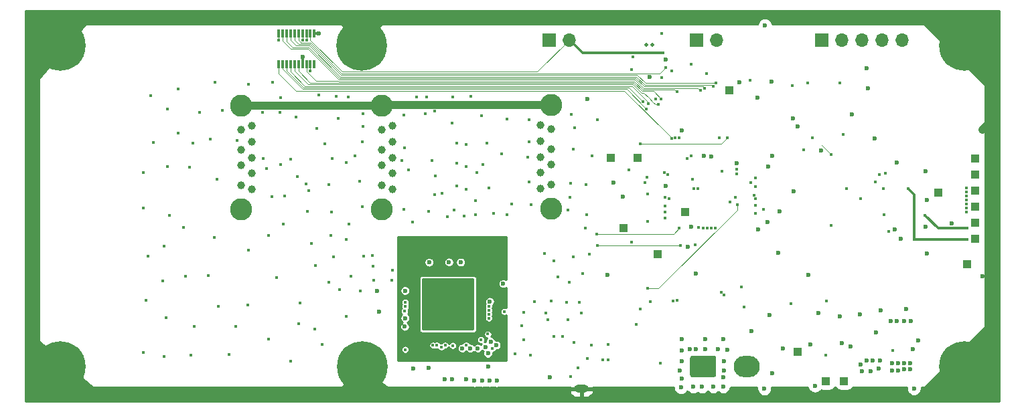
<source format=gbl>
G04 #@! TF.GenerationSoftware,KiCad,Pcbnew,(5.1.9-0-10_14)*
G04 #@! TF.CreationDate,2021-02-19T17:06:03+01:00*
G04 #@! TF.ProjectId,base-plane,62617365-2d70-46c6-916e-652e6b696361,rev?*
G04 #@! TF.SameCoordinates,Original*
G04 #@! TF.FileFunction,Copper,L6,Bot*
G04 #@! TF.FilePolarity,Positive*
%FSLAX46Y46*%
G04 Gerber Fmt 4.6, Leading zero omitted, Abs format (unit mm)*
G04 Created by KiCad (PCBNEW (5.1.9-0-10_14)) date 2021-02-19 17:06:03*
%MOMM*%
%LPD*%
G01*
G04 APERTURE LIST*
G04 #@! TA.AperFunction,ComponentPad*
%ADD10R,1.000000X1.000000*%
G04 #@! TD*
G04 #@! TA.AperFunction,SMDPad,CuDef*
%ADD11R,0.300000X1.000000*%
G04 #@! TD*
G04 #@! TA.AperFunction,ComponentPad*
%ADD12C,0.800000*%
G04 #@! TD*
G04 #@! TA.AperFunction,ComponentPad*
%ADD13C,6.400000*%
G04 #@! TD*
G04 #@! TA.AperFunction,ComponentPad*
%ADD14O,1.700000X1.700000*%
G04 #@! TD*
G04 #@! TA.AperFunction,ComponentPad*
%ADD15R,1.700000X1.700000*%
G04 #@! TD*
G04 #@! TA.AperFunction,ComponentPad*
%ADD16C,0.508000*%
G04 #@! TD*
G04 #@! TA.AperFunction,ComponentPad*
%ADD17C,1.000000*%
G04 #@! TD*
G04 #@! TA.AperFunction,ComponentPad*
%ADD18C,2.800000*%
G04 #@! TD*
G04 #@! TA.AperFunction,ComponentPad*
%ADD19O,1.900000X0.950000*%
G04 #@! TD*
G04 #@! TA.AperFunction,ComponentPad*
%ADD20O,3.300000X2.700000*%
G04 #@! TD*
G04 #@! TA.AperFunction,ViaPad*
%ADD21C,0.400000*%
G04 #@! TD*
G04 #@! TA.AperFunction,ViaPad*
%ADD22C,0.600000*%
G04 #@! TD*
G04 #@! TA.AperFunction,Conductor*
%ADD23C,1.000000*%
G04 #@! TD*
G04 #@! TA.AperFunction,Conductor*
%ADD24C,0.300000*%
G04 #@! TD*
G04 #@! TA.AperFunction,Conductor*
%ADD25C,0.100000*%
G04 #@! TD*
G04 #@! TA.AperFunction,Conductor*
%ADD26C,0.254000*%
G04 #@! TD*
G04 #@! TA.AperFunction,Conductor*
%ADD27C,0.150000*%
G04 #@! TD*
G04 APERTURE END LIST*
D10*
G04 #@! TO.P,TP19,1*
G04 #@! TO.N,SMBUSZ*
X172085000Y-100076000D03*
G04 #@! TD*
G04 #@! TO.P,TP18,1*
G04 #@! TO.N,FULLPWRMGMTZ*
X167767000Y-96774000D03*
G04 #@! TD*
G04 #@! TO.P,TP16,1*
G04 #@! TO.N,HS_UP*
X166116000Y-87884000D03*
G04 #@! TD*
G04 #@! TO.P,TP15,1*
G04 #@! TO.N,HS_SUSPEND*
X175514000Y-94742000D03*
G04 #@! TD*
G04 #@! TO.P,TP13,1*
G04 #@! TO.N,Net-(C41-Pad1)*
X169545000Y-87884000D03*
G04 #@! TD*
G04 #@! TO.P,TP12,1*
G04 #@! TO.N,Net-(C38-Pad1)*
X181102000Y-79375000D03*
G04 #@! TD*
G04 #@! TO.P,TP11,1*
G04 #@! TO.N,/controller/DISPLAY_SDA*
X211201000Y-101346000D03*
G04 #@! TD*
G04 #@! TO.P,TP10,1*
G04 #@! TO.N,/controller/DISPLAY_SCL*
X212217000Y-98171000D03*
G04 #@! TD*
G04 #@! TO.P,TP9,1*
G04 #@! TO.N,/controller/DISPLAY_CS*
X212217000Y-96139000D03*
G04 #@! TD*
G04 #@! TO.P,TP8,1*
G04 #@! TO.N,/controller/DISPLAY_DC*
X212217000Y-94107000D03*
G04 #@! TD*
G04 #@! TO.P,TP7,1*
G04 #@! TO.N,/controller/DISPLAY_RESET*
X212217000Y-92075000D03*
G04 #@! TD*
G04 #@! TO.P,TP6,1*
G04 #@! TO.N,/controller/DISPLAY_BUSY*
X212217000Y-90043000D03*
G04 #@! TD*
G04 #@! TO.P,TP1,1*
G04 #@! TO.N,/controller/DISPLAY_BS*
X212217000Y-88011000D03*
G04 #@! TD*
D11*
G04 #@! TO.P,J12,20*
G04 #@! TO.N,GND*
X128650000Y-72150000D03*
G04 #@! TO.P,J12,18*
G04 #@! TO.N,M-*
X128150000Y-72150000D03*
G04 #@! TO.P,J12,16*
G04 #@! TO.N,SDA*
X127650000Y-72150000D03*
G04 #@! TO.P,J12,14*
G04 #@! TO.N,SCL*
X127150000Y-72150000D03*
G04 #@! TO.P,J12,12*
G04 #@! TO.N,/controller/XY11*
X126650000Y-72150000D03*
G04 #@! TO.P,J12,10*
G04 #@! TO.N,/controller/XY10*
X126150000Y-72150000D03*
G04 #@! TO.P,J12,8*
G04 #@! TO.N,/controller/XY9*
X125650000Y-72150000D03*
G04 #@! TO.P,J12,6*
G04 #@! TO.N,/controller/XY8*
X125150000Y-72150000D03*
G04 #@! TO.P,J12,4*
G04 #@! TO.N,/controller/XY7*
X124650000Y-72150000D03*
G04 #@! TO.P,J12,2*
G04 #@! TO.N,/controller/XY6*
X124150000Y-72150000D03*
G04 #@! TO.P,J12,19*
G04 #@! TO.N,N/C*
X128650000Y-76050000D03*
G04 #@! TO.P,J12,17*
G04 #@! TO.N,M+*
X128150000Y-76050000D03*
G04 #@! TO.P,J12,15*
G04 #@! TO.N,/controller/Touch_GPIO*
X127650000Y-76050000D03*
G04 #@! TO.P,J12,13*
G04 #@! TO.N,+3V3*
X127150000Y-76050000D03*
G04 #@! TO.P,J12,11*
G04 #@! TO.N,/controller/XY5*
X126650000Y-76050000D03*
G04 #@! TO.P,J12,9*
G04 #@! TO.N,/controller/XY4*
X126150000Y-76050000D03*
G04 #@! TO.P,J12,7*
G04 #@! TO.N,/controller/XY3*
X125650000Y-76050000D03*
G04 #@! TO.P,J12,5*
G04 #@! TO.N,/controller/XY2*
X125150000Y-76050000D03*
G04 #@! TO.P,J12,3*
G04 #@! TO.N,/controller/XY1*
X124650000Y-76050000D03*
G04 #@! TO.P,J12,1*
G04 #@! TO.N,/controller/XY0*
X124150000Y-76050000D03*
G04 #@! TD*
D12*
G04 #@! TO.P,H6,1*
G04 #@! TO.N,GNDPWR*
X136457056Y-112602944D03*
X134760000Y-111900000D03*
X133062944Y-112602944D03*
X132360000Y-114300000D03*
X133062944Y-115997056D03*
X134760000Y-116700000D03*
X136457056Y-115997056D03*
X137160000Y-114300000D03*
D13*
X134760000Y-114300000D03*
G04 #@! TD*
D12*
G04 #@! TO.P,H5,1*
G04 #@! TO.N,GNDPWR*
X136317056Y-71962944D03*
X134620000Y-71260000D03*
X132922944Y-71962944D03*
X132220000Y-73660000D03*
X132922944Y-75357056D03*
X134620000Y-76060000D03*
X136317056Y-75357056D03*
X137020000Y-73660000D03*
D13*
X134620000Y-73660000D03*
G04 #@! TD*
D14*
G04 #@! TO.P,J11,5*
G04 #@! TO.N,GND*
X202971400Y-72948800D03*
G04 #@! TO.P,J11,4*
G04 #@! TO.N,+3V3*
X200431400Y-72948800D03*
G04 #@! TO.P,J11,3*
G04 #@! TO.N,Test2*
X197891400Y-72948800D03*
G04 #@! TO.P,J11,2*
G04 #@! TO.N,/controller/Test1*
X195351400Y-72948800D03*
D15*
G04 #@! TO.P,J11,1*
G04 #@! TO.N,/controller/Test0*
X192811400Y-72948800D03*
G04 #@! TD*
D16*
G04 #@! TO.P,U5,V*
G04 #@! TO.N,N/C*
X171386500Y-73609200D03*
X170599100Y-73609200D03*
G04 #@! TD*
D10*
G04 #@! TO.P,TP5,1*
G04 #@! TO.N,/user_interface/VDD_Display*
X207550000Y-92300000D03*
G04 #@! TD*
G04 #@! TO.P,TP4,1*
G04 #@! TO.N,Net-(C21-Pad1)*
X193344800Y-116179600D03*
G04 #@! TD*
G04 #@! TO.P,TP3,1*
G04 #@! TO.N,Net-(C20-Pad1)*
X195630800Y-116179600D03*
G04 #@! TD*
G04 #@! TO.P,TP2,1*
G04 #@! TO.N,+5V*
X189788800Y-112433100D03*
G04 #@! TD*
D14*
G04 #@! TO.P,M1,2*
G04 #@! TO.N,M-*
X160840000Y-73000000D03*
D15*
G04 #@! TO.P,M1,1*
G04 #@! TO.N,M+*
X158300000Y-73000000D03*
G04 #@! TD*
D14*
G04 #@! TO.P,J10,2*
G04 #@! TO.N,SCL*
X179476400Y-72948800D03*
D15*
G04 #@! TO.P,J10,1*
G04 #@! TO.N,SDA*
X176936400Y-72948800D03*
G04 #@! TD*
D17*
G04 #@! TO.P,J8,5*
G04 #@! TO.N,/hub/USB_SSRXM_DN3*
X120780000Y-91850000D03*
G04 #@! TO.P,J8,6*
G04 #@! TO.N,/hub/USB_SSRXP_DN3*
X120780000Y-89850000D03*
G04 #@! TO.P,J8,7*
G04 #@! TO.N,GND*
X120780000Y-87850000D03*
G04 #@! TO.P,J8,8*
G04 #@! TO.N,Net-(C13-Pad1)*
X120780000Y-85850000D03*
G04 #@! TO.P,J8,9*
G04 #@! TO.N,Net-(C11-Pad1)*
X120780000Y-83850000D03*
G04 #@! TO.P,J8,4*
G04 #@! TO.N,GND*
X119380000Y-91350000D03*
G04 #@! TO.P,J8,3*
G04 #@! TO.N,/hub/USB_DP_DN3*
X119380000Y-88850000D03*
G04 #@! TO.P,J8,2*
G04 #@! TO.N,/hub/USB_DM_DN3*
X119380000Y-86850000D03*
G04 #@! TO.P,J8,1*
G04 #@! TO.N,+5V*
X119380000Y-84350000D03*
D18*
G04 #@! TO.P,J8,10*
G04 #@! TO.N,GNDPWR*
X119380000Y-94420000D03*
X119380000Y-81280000D03*
G04 #@! TD*
D17*
G04 #@! TO.P,J7,5*
G04 #@! TO.N,/hub/USB_SSRXM_DN1*
X157200000Y-83770000D03*
G04 #@! TO.P,J7,6*
G04 #@! TO.N,/hub/USB_SSRXP_DN1*
X157200000Y-85770000D03*
G04 #@! TO.P,J7,7*
G04 #@! TO.N,GND*
X157200000Y-87770000D03*
G04 #@! TO.P,J7,8*
G04 #@! TO.N,Net-(C12-Pad1)*
X157200000Y-89770000D03*
G04 #@! TO.P,J7,9*
G04 #@! TO.N,Net-(C10-Pad1)*
X157200000Y-91770000D03*
G04 #@! TO.P,J7,4*
G04 #@! TO.N,GND*
X158600000Y-84270000D03*
G04 #@! TO.P,J7,3*
G04 #@! TO.N,/hub/USB_DP_DN1*
X158600000Y-86770000D03*
G04 #@! TO.P,J7,2*
G04 #@! TO.N,/hub/USB_DM_DN1*
X158600000Y-88770000D03*
G04 #@! TO.P,J7,1*
G04 #@! TO.N,+5V*
X158600000Y-91270000D03*
D18*
G04 #@! TO.P,J7,10*
G04 #@! TO.N,GNDPWR*
X158600000Y-81200000D03*
X158600000Y-94340000D03*
G04 #@! TD*
D17*
G04 #@! TO.P,J3,5*
G04 #@! TO.N,/hub/USB_SSRXM_DN2*
X138560000Y-91850000D03*
G04 #@! TO.P,J3,6*
G04 #@! TO.N,/hub/USB_SSRXP_DN2*
X138560000Y-89850000D03*
G04 #@! TO.P,J3,7*
G04 #@! TO.N,GND*
X138560000Y-87850000D03*
G04 #@! TO.P,J3,8*
G04 #@! TO.N,Net-(C8-Pad1)*
X138560000Y-85850000D03*
G04 #@! TO.P,J3,9*
G04 #@! TO.N,Net-(C9-Pad1)*
X138560000Y-83850000D03*
G04 #@! TO.P,J3,4*
G04 #@! TO.N,GND*
X137160000Y-91350000D03*
G04 #@! TO.P,J3,3*
G04 #@! TO.N,/hub/USB_DP_DN2*
X137160000Y-88850000D03*
G04 #@! TO.P,J3,2*
G04 #@! TO.N,/hub/USB_DM_DN2*
X137160000Y-86850000D03*
G04 #@! TO.P,J3,1*
G04 #@! TO.N,+5V*
X137160000Y-84350000D03*
D18*
G04 #@! TO.P,J3,10*
G04 #@! TO.N,GNDPWR*
X137160000Y-94420000D03*
X137160000Y-81280000D03*
G04 #@! TD*
D19*
G04 #@! TO.P,J2,11*
G04 #@! TO.N,GNDPWR*
X162430000Y-117132600D03*
G04 #@! TD*
G04 #@! TO.P,J1,1*
G04 #@! TO.N,GND*
G04 #@! TA.AperFunction,ComponentPad*
G36*
G01*
X179199999Y-115650000D02*
X176400001Y-115650000D01*
G75*
G02*
X176150000Y-115399999I0J250001D01*
G01*
X176150000Y-113200001D01*
G75*
G02*
X176400001Y-112950000I250001J0D01*
G01*
X179199999Y-112950000D01*
G75*
G02*
X179450000Y-113200001I0J-250001D01*
G01*
X179450000Y-115399999D01*
G75*
G02*
X179199999Y-115650000I-250001J0D01*
G01*
G37*
G04 #@! TD.AperFunction*
D20*
G04 #@! TO.P,J1,2*
G04 #@! TO.N,Net-(F1-Pad2)*
X183300000Y-114300000D03*
G04 #@! TD*
D12*
G04 #@! TO.P,H4,1*
G04 #@! TO.N,GNDPWR*
X94822944Y-75357056D03*
X96520000Y-76060000D03*
X98217056Y-75357056D03*
X98920000Y-73660000D03*
X98217056Y-71962944D03*
X96520000Y-71260000D03*
X94822944Y-71962944D03*
X94120000Y-73660000D03*
D13*
X96520000Y-73660000D03*
G04 #@! TD*
D12*
G04 #@! TO.P,H3,1*
G04 #@! TO.N,GNDPWR*
X98217056Y-115997056D03*
X98920000Y-114300000D03*
X98217056Y-112602944D03*
X96520000Y-111900000D03*
X94822944Y-112602944D03*
X94120000Y-114300000D03*
X94822944Y-115997056D03*
X96520000Y-116700000D03*
D13*
X96520000Y-114300000D03*
G04 #@! TD*
D12*
G04 #@! TO.P,H2,1*
G04 #@! TO.N,GNDPWR*
X209122944Y-115997056D03*
X210820000Y-116700000D03*
X212517056Y-115997056D03*
X213220000Y-114300000D03*
X212517056Y-112602944D03*
X210820000Y-111900000D03*
X209122944Y-112602944D03*
X208420000Y-114300000D03*
D13*
X210820000Y-114300000D03*
G04 #@! TD*
D12*
G04 #@! TO.P,H1,1*
G04 #@! TO.N,GNDPWR*
X209122944Y-75357056D03*
X210820000Y-76060000D03*
X212517056Y-75357056D03*
X213220000Y-73660000D03*
X212517056Y-71962944D03*
X210820000Y-71260000D03*
X209122944Y-71962944D03*
X208420000Y-73660000D03*
D13*
X210820000Y-73660000D03*
G04 #@! TD*
D21*
G04 #@! TO.N,GNDPWR*
X213156800Y-84302600D03*
D22*
X213106000Y-102870000D03*
X160782000Y-118237000D03*
D21*
G04 #@! TO.N,GND*
X145525000Y-105875000D03*
X146431000Y-106875000D03*
X145796000Y-107569000D03*
X144550000Y-106875000D03*
X143510000Y-105537000D03*
X143383000Y-107188000D03*
X143891000Y-108585000D03*
X144907000Y-108585000D03*
X146304000Y-108585000D03*
X147447000Y-108204000D03*
X147574000Y-107188000D03*
X147574000Y-105791000D03*
X147828000Y-104267000D03*
X146812000Y-104140000D03*
X145542000Y-104013000D03*
X144526000Y-104013000D03*
X143637000Y-104013000D03*
X143002000Y-104013000D03*
D22*
X191389000Y-111506000D03*
X197739000Y-114046000D03*
X198501000Y-113538000D03*
X199263000Y-113538000D03*
X200152000Y-113538000D03*
X184683400Y-80238600D03*
X182372000Y-78282800D03*
X185623200Y-71120000D03*
X195122800Y-107975400D03*
X197866000Y-114935000D03*
X199009000Y-114935000D03*
X200025000Y-114554000D03*
X196469000Y-111760000D03*
X195326000Y-111379000D03*
X204470000Y-117094000D03*
X176530000Y-116840000D03*
X177673000Y-116840000D03*
X179070000Y-116840000D03*
X180340000Y-116840000D03*
X180340000Y-115697000D03*
X180467000Y-114808000D03*
X180467000Y-113665000D03*
X180900000Y-112150000D03*
X179705000Y-112141000D03*
X178054000Y-112141000D03*
X176911000Y-112141000D03*
X176149000Y-112141000D03*
X175133000Y-112268000D03*
X175133000Y-113665000D03*
X174879000Y-114808000D03*
X175133000Y-115824000D03*
X175006000Y-116967000D03*
X175133000Y-110871000D03*
X178054000Y-110871000D03*
X180340000Y-110871000D03*
X197612000Y-107696000D03*
X199644000Y-109982000D03*
X204343000Y-112141000D03*
X204978000Y-110998000D03*
X203454000Y-107061000D03*
X200279000Y-107188000D03*
X185547000Y-117094000D03*
X183896000Y-109855000D03*
X186182000Y-107823000D03*
X192405000Y-107569000D03*
X187325000Y-99949000D03*
X191135000Y-102743000D03*
X176879250Y-102520750D03*
X176276000Y-96647000D03*
X173101000Y-91440000D03*
X167640000Y-92837000D03*
X198628000Y-79121000D03*
X198501000Y-76581000D03*
X165735000Y-102743000D03*
X173043010Y-75476200D03*
X184785000Y-96970010D03*
X206100000Y-100000000D03*
X205950000Y-96650000D03*
X205900000Y-89550000D03*
X202800000Y-98150000D03*
X202300000Y-88450000D03*
X206102377Y-93249990D03*
X187445750Y-94649990D03*
X129200000Y-72150000D03*
X150600000Y-114300000D03*
X143122000Y-114478000D03*
X141150000Y-114550000D03*
X186563000Y-87650010D03*
X182013100Y-88559687D03*
X175123858Y-84425010D03*
X191950000Y-116750000D03*
X186500000Y-115150000D03*
D21*
G04 #@! TO.N,/hub/USB_SSTXM_UP*
X150700000Y-106650000D03*
X160025000Y-110500000D03*
G04 #@! TO.N,/hub/USB_SSTXP_UP*
X150700000Y-107175000D03*
X158900000Y-110525000D03*
D22*
G04 #@! TO.N,+5V*
X189774998Y-83875000D03*
D21*
G04 #@! TO.N,Net-(C21-Pad1)*
X201752200Y-112293400D03*
D22*
G04 #@! TO.N,1V1_Rail*
X147350000Y-112000000D03*
X148350000Y-112000000D03*
X149300000Y-112000000D03*
X150263500Y-111813500D03*
X150938500Y-111138500D03*
X151650000Y-111600000D03*
X150600000Y-112650000D03*
X143164986Y-101109042D03*
X140124000Y-108176000D03*
X147150000Y-101100000D03*
X150829123Y-106064046D03*
X140125000Y-104700000D03*
X145665000Y-101085000D03*
G04 #@! TO.N,3V3_Rail*
X141351000Y-101149000D03*
X151455501Y-102080501D03*
D21*
X145197000Y-112903000D03*
X143147000Y-112903000D03*
D22*
X152200000Y-109500000D03*
D21*
G04 #@! TO.N,nRESET*
X183769000Y-78079600D03*
G04 #@! TO.N,+3V3*
X178206400Y-77241400D03*
D22*
X201498200Y-108585000D03*
X202311000Y-108585000D03*
X203200000Y-108585000D03*
X204089000Y-108585000D03*
X186436000Y-78232000D03*
X196596000Y-82423000D03*
X202050000Y-96950000D03*
X199500000Y-85400000D03*
X192700000Y-87000000D03*
X185900000Y-96000000D03*
X189230000Y-92150010D03*
X127150000Y-75100000D03*
X175831500Y-99123500D03*
X186000000Y-88975000D03*
X189123787Y-82910213D03*
X146100000Y-115950000D03*
X145100000Y-115950000D03*
X136800000Y-107350000D03*
D21*
G04 #@! TO.N,Net-(C57-Pad1)*
X204450000Y-98200000D03*
X211150000Y-98250000D03*
X203700000Y-91800000D03*
G04 #@! TO.N,Net-(C58-Pad2)*
X205850000Y-95150000D03*
X211182983Y-96796258D03*
D22*
G04 #@! TO.N,+1V1*
X202438000Y-114808000D03*
X201676000Y-114808000D03*
X201676000Y-113919000D03*
X202438000Y-113919000D03*
X203200000Y-113919000D03*
X203962000Y-113919000D03*
X203962000Y-114681000D03*
X203200000Y-114681000D03*
X150800000Y-116050000D03*
X149850000Y-116050000D03*
X151700000Y-116050000D03*
X147850000Y-115950000D03*
X148900000Y-116050000D03*
D21*
G04 #@! TO.N,/hub/USB_DM_UP*
X150700000Y-107675000D03*
X165750000Y-113475000D03*
G04 #@! TO.N,/hub/USB_DP_UP*
X150700000Y-108175000D03*
X165100000Y-113500000D03*
G04 #@! TO.N,/controller/HUB_Reset1*
X181900000Y-92900000D03*
G04 #@! TO.N,/controller/HUB_SCL2*
X188944568Y-106350010D03*
X174000000Y-106000000D03*
G04 #@! TO.N,/controller/HUB_Reset2*
X184400000Y-91500000D03*
G04 #@! TO.N,/controller/HUB_SDA2*
X193400000Y-106000000D03*
X174500000Y-105900000D03*
G04 #@! TO.N,DEBUG_RXD*
X191000000Y-78400000D03*
X191600000Y-85350010D03*
G04 #@! TO.N,DEBUG_TXD*
X195500000Y-84900000D03*
X195100000Y-78400000D03*
G04 #@! TO.N,SCL*
X200100000Y-90000000D03*
X173300000Y-90000000D03*
X173800000Y-76900000D03*
X127150000Y-72950000D03*
X127575000Y-91175000D03*
X144150000Y-111600000D03*
X144775000Y-92350000D03*
G04 #@! TO.N,SDA*
X199600000Y-90900000D03*
X176500000Y-90600000D03*
X176286494Y-76025229D03*
X127650000Y-72950000D03*
X143650000Y-111625000D03*
X127952505Y-92047495D03*
X143850000Y-92575000D03*
G04 #@! TO.N,Test2*
X197739000Y-93091000D03*
G04 #@! TO.N,/controller/XY6*
X124150000Y-72950000D03*
G04 #@! TO.N,/controller/DISPLAY_SDA*
X185400000Y-94400000D03*
G04 #@! TO.N,/controller/DISPLAY_SCL*
X211068150Y-94201004D03*
X184400000Y-94900000D03*
G04 #@! TO.N,/controller/DISPLAY_CS*
X211100000Y-93700000D03*
X184400000Y-93900000D03*
G04 #@! TO.N,/controller/DISPLAY_DC*
X211100000Y-93200000D03*
X181200000Y-93500000D03*
G04 #@! TO.N,/controller/DISPLAY_RESET*
X211100000Y-92700000D03*
G04 #@! TO.N,/controller/DISPLAY_BUSY*
X211100000Y-92200000D03*
G04 #@! TO.N,/controller/DISPLAY_BS*
X211100000Y-91700000D03*
X180200000Y-89600000D03*
G04 #@! TO.N,Net-(JP3-Pad1)*
X172593000Y-72136000D03*
X172593000Y-77724000D03*
G04 #@! TO.N,Net-(R8-Pad1)*
X149700000Y-110900000D03*
G04 #@! TO.N,SMBUSZ*
X140150000Y-112150000D03*
X144700000Y-111850000D03*
X164350000Y-97550000D03*
X174800000Y-96800000D03*
G04 #@! TO.N,FULLPWRMGMTZ*
X140075000Y-107275000D03*
X145175000Y-111600000D03*
X141100000Y-96000000D03*
X170750000Y-95950000D03*
G04 #@! TO.N,Net-(R19-Pad2)*
X190500000Y-86900000D03*
X176300000Y-87600000D03*
G04 #@! TO.N,Net-(R20-Pad2)*
X194000000Y-87500000D03*
X175800000Y-88000000D03*
G04 #@! TO.N,/controller/Power_Good_1_1*
X193344800Y-112852200D03*
X172974000Y-95478600D03*
G04 #@! TO.N,HS_SUSPEND*
X147850000Y-111600000D03*
X164450000Y-99000000D03*
X174950000Y-99000000D03*
G04 #@! TO.N,HS_UP*
X146150000Y-111650000D03*
G04 #@! TO.N,USB_DM_DN4*
X140151000Y-106676000D03*
X182075000Y-89925000D03*
X180425000Y-105250000D03*
G04 #@! TO.N,USB_DP_DN4*
X140149950Y-106175990D03*
X182026940Y-89359698D03*
X180090011Y-104875000D03*
G04 #@! TO.N,/controller/DISPLAY_POWER*
X201250000Y-97200000D03*
X200846225Y-89847587D03*
X184397495Y-90402505D03*
G04 #@! TO.N,/controller/DISPLAY_OK*
X200700000Y-95100000D03*
X200600000Y-91749979D03*
X183847268Y-90994695D03*
D22*
G04 #@! TO.N,GND*
X136550000Y-104700000D03*
X187850000Y-112050000D03*
X152518746Y-103814174D03*
X178800021Y-87707956D03*
D21*
X152650000Y-107350000D03*
X158200000Y-108400000D03*
X161500000Y-111300000D03*
X165800000Y-111550000D03*
X160750000Y-108350000D03*
X155100000Y-110900000D03*
X154000000Y-112700000D03*
X163200000Y-113250000D03*
X161050000Y-115550000D03*
X155100000Y-107450000D03*
X157900000Y-107500000D03*
X162400000Y-107550000D03*
X156000000Y-112900000D03*
X161950000Y-114500000D03*
X163650000Y-111600000D03*
X134450000Y-104700000D03*
X131850000Y-104600000D03*
X130500000Y-103650000D03*
X128750000Y-101550000D03*
X128250000Y-98750000D03*
X127750000Y-94650000D03*
X130850000Y-94750000D03*
X130700000Y-97750000D03*
X131050000Y-100400000D03*
X133300000Y-102850000D03*
X136150000Y-103350000D03*
X138450000Y-103350000D03*
X138550000Y-102150000D03*
X136100000Y-101600000D03*
X134850000Y-100350000D03*
X136000000Y-100250000D03*
X132700000Y-98250000D03*
X133050000Y-96300000D03*
X134750000Y-94050000D03*
X139700000Y-88200000D03*
X143500000Y-88200000D03*
X143950000Y-90150000D03*
X143100000Y-94700000D03*
X140000000Y-94400000D03*
X151300000Y-94900000D03*
X153000000Y-95050000D03*
X149000000Y-95050000D03*
X149000000Y-93300000D03*
X147550000Y-95250000D03*
X146300000Y-94500000D03*
X145450000Y-95350000D03*
X146650000Y-91450000D03*
X146650000Y-86050000D03*
X146650000Y-88600000D03*
X147800000Y-91900000D03*
X147800000Y-89000000D03*
X147800000Y-86200000D03*
X150000000Y-88700000D03*
X150450000Y-86000000D03*
X152350000Y-87350000D03*
X161400000Y-86750000D03*
X163800000Y-87600000D03*
X164450000Y-83050000D03*
X161100000Y-82400000D03*
X153000000Y-83000000D03*
X149750000Y-82550000D03*
X146050000Y-83450000D03*
X143850000Y-82000000D03*
X142650000Y-82300000D03*
X139950000Y-82450000D03*
X133800000Y-87600000D03*
X132700000Y-88450000D03*
X130500000Y-91250000D03*
X130900000Y-88000000D03*
X130000000Y-86100000D03*
X129000000Y-84200000D03*
X126350000Y-82700000D03*
X124300000Y-82100000D03*
X122100000Y-82100000D03*
X117000000Y-81900000D03*
X118850000Y-85700000D03*
X122150000Y-87950000D03*
X122600000Y-89250000D03*
X126500000Y-90300000D03*
X125700000Y-88050000D03*
X124350000Y-88750000D03*
X124900000Y-92750000D03*
X123250000Y-92800000D03*
X124750000Y-96250000D03*
X120300000Y-99600000D03*
X115250000Y-102800000D03*
X113500000Y-109250000D03*
X117850000Y-112750000D03*
X125700000Y-113600000D03*
X129650000Y-111550000D03*
X132650000Y-107950000D03*
X126850000Y-106250000D03*
X123900000Y-103050000D03*
X120250000Y-106550000D03*
X118750000Y-109250000D03*
X122850000Y-110850000D03*
X126650000Y-108850000D03*
X128700000Y-109550000D03*
X113050000Y-112850000D03*
X109650000Y-113000000D03*
X109950000Y-108150000D03*
X109500000Y-103500000D03*
X109650000Y-99100000D03*
X112100000Y-96700000D03*
X116000000Y-97950000D03*
X112350000Y-102900000D03*
X116500000Y-106700000D03*
X110350000Y-95200000D03*
X110050000Y-89000000D03*
X112900000Y-89050000D03*
X113300000Y-86050000D03*
X111400000Y-84750000D03*
X110050000Y-81700000D03*
X111450000Y-79200000D03*
X116100000Y-78300000D03*
X114150000Y-82100000D03*
X115500000Y-85500000D03*
X160900000Y-103600000D03*
X158950000Y-100900000D03*
X163400000Y-100050000D03*
X162550000Y-102550000D03*
D22*
X163200000Y-80400000D03*
X158400000Y-115650000D03*
D21*
X129200000Y-79975000D03*
X131375000Y-80125000D03*
X132925000Y-80200000D03*
X141575000Y-80175000D03*
X142850000Y-80225000D03*
X146150000Y-80150000D03*
X148475000Y-80075000D03*
X131675000Y-82925000D03*
X134800000Y-82300000D03*
X134800000Y-83875000D03*
X134750000Y-85850000D03*
X140050000Y-86625000D03*
X140575000Y-89450000D03*
X134375000Y-90875000D03*
X116375000Y-90575000D03*
X122900000Y-97750000D03*
X123400000Y-78350000D03*
X124350000Y-80250000D03*
X120350000Y-78550000D03*
X149175000Y-89725000D03*
X150750000Y-91675000D03*
X153575000Y-93725000D03*
X156050000Y-93825000D03*
X155825000Y-90900000D03*
X155600000Y-87775000D03*
X155775000Y-85900000D03*
X155775000Y-83025000D03*
X161575000Y-84100000D03*
X160675000Y-94475000D03*
X161025000Y-91125000D03*
X160975000Y-92875000D03*
X162975000Y-91300000D03*
X163050000Y-95075000D03*
X162925000Y-96750000D03*
X161425000Y-100425000D03*
X159400000Y-103000000D03*
X157750000Y-100025000D03*
X156500000Y-106075000D03*
X158600000Y-106025000D03*
X160525000Y-106200000D03*
X162150000Y-106175000D03*
X154850000Y-109150000D03*
X107950000Y-80010000D03*
X108300000Y-85950000D03*
X107050000Y-89750000D03*
X107050000Y-94250000D03*
X107650000Y-100300000D03*
X107350000Y-105950000D03*
X107050000Y-112500000D03*
D22*
X209260000Y-96230000D03*
G04 #@! TO.N,1V1_Rail*
X140076000Y-109250000D03*
D21*
G04 #@! TO.N,nRESET*
X179849141Y-85349990D03*
D22*
G04 #@! TO.N,+3V3*
X171038176Y-77660021D03*
X177900010Y-87675000D03*
X166500000Y-91000000D03*
D21*
G04 #@! TO.N,/controller/HUB_Reset0*
X182100000Y-93850000D03*
X170774990Y-104435910D03*
G04 #@! TO.N,/controller/HUB_SDA0*
X171125000Y-106075000D03*
X173025000Y-94750000D03*
G04 #@! TO.N,/controller/HUB_Reset1*
X182649990Y-104207012D03*
G04 #@! TO.N,/controller/HUB_Reset2*
X195950000Y-91825000D03*
G04 #@! TO.N,DEBUG_RXD*
X174800000Y-85349990D03*
G04 #@! TO.N,DEBUG_TXD*
X174300000Y-85349990D03*
G04 #@! TO.N,Test2*
X184406184Y-93074993D03*
G04 #@! TO.N,/controller/XY11*
X172875000Y-89725000D03*
X173075000Y-76475000D03*
G04 #@! TO.N,/controller/XY10*
X179450000Y-78450000D03*
X179325000Y-96750000D03*
G04 #@! TO.N,/controller/XY9*
X179075000Y-78825000D03*
X178800000Y-96775000D03*
G04 #@! TO.N,/controller/XY8*
X178025000Y-79050000D03*
X178300000Y-96775000D03*
G04 #@! TO.N,/controller/XY7*
X177450000Y-79375000D03*
X177800000Y-96750000D03*
G04 #@! TO.N,/controller/XY6*
X171825000Y-80400000D03*
X173025000Y-93950000D03*
G04 #@! TO.N,/controller/Touch_GPIO*
X174475000Y-79550000D03*
G04 #@! TO.N,/controller/XY5*
X172500000Y-80400000D03*
X173486708Y-93014573D03*
G04 #@! TO.N,/controller/XY4*
X172150000Y-81150000D03*
X173000000Y-92900000D03*
G04 #@! TO.N,/controller/XY3*
X170900000Y-81050000D03*
X170800000Y-92450000D03*
G04 #@! TO.N,/controller/XY2*
X170222495Y-80777505D03*
X170487562Y-91047179D03*
G04 #@! TO.N,/controller/XY1*
X170650000Y-81700000D03*
X170700000Y-90350000D03*
G04 #@! TO.N,/controller/XY0*
X173800000Y-85400000D03*
G04 #@! TO.N,/controller/DISPLAY_SDA*
X211086078Y-94713922D03*
G04 #@! TO.N,/controller/DISPLAY_RESET*
X176599977Y-91800000D03*
G04 #@! TO.N,/controller/DISPLAY_BUSY*
X177099990Y-91800000D03*
G04 #@! TO.N,Net-(R8-Pad1)*
X169366531Y-108937480D03*
G04 #@! TO.N,HUB_Reset_Local*
X150580002Y-110200000D03*
X151150000Y-112000000D03*
X169850000Y-107000000D03*
X183000000Y-106800000D03*
X184250000Y-92600000D03*
G04 #@! TO.N,/controller/Motor_PWM*
X168725000Y-76700000D03*
X168725000Y-98600000D03*
X176800000Y-98925000D03*
G04 #@! TO.N,/controller/Power_Good_1_1*
X172400000Y-113900000D03*
G04 #@! TO.N,HS_UP*
X168374990Y-89450000D03*
G04 #@! TO.N,M-*
X172700000Y-74600000D03*
G04 #@! TO.N,M+*
X168900000Y-75100000D03*
X128150000Y-76850000D03*
G04 #@! TO.N,/controller/Test1*
X193950000Y-96450000D03*
X177255626Y-96700615D03*
G04 #@! TO.N,/controller/Test0*
X189103000Y-78740000D03*
X180850000Y-85375000D03*
X169849990Y-86145608D03*
G04 #@! TD*
D23*
G04 #@! TO.N,GNDPWR*
X213156800Y-84302600D02*
X213995000Y-83464400D01*
D24*
X213106000Y-102870000D02*
X213995000Y-102870000D01*
G04 #@! TO.N,GND*
X128650000Y-72150000D02*
X129200000Y-72150000D01*
G04 #@! TO.N,+3V3*
X127150000Y-76050000D02*
X127150000Y-75100000D01*
G04 #@! TO.N,Net-(C57-Pad1)*
X211100000Y-98200000D02*
X211150000Y-98250000D01*
X204450000Y-98200000D02*
X211100000Y-98200000D01*
X204450000Y-92550000D02*
X204450000Y-98200000D01*
X203700000Y-91800000D02*
X204450000Y-92550000D01*
G04 #@! TO.N,Net-(C58-Pad2)*
X207496258Y-96796258D02*
X211182983Y-96796258D01*
X205850000Y-95150000D02*
X207496258Y-96796258D01*
D25*
G04 #@! TO.N,SCL*
X127150000Y-72150000D02*
X127150000Y-72950000D01*
G04 #@! TO.N,SDA*
X127650000Y-72150000D02*
X127650000Y-72950000D01*
G04 #@! TO.N,/controller/XY11*
X126650000Y-72150000D02*
X126650000Y-72950000D01*
G04 #@! TO.N,/controller/XY10*
X126150000Y-72150000D02*
X126150000Y-72950000D01*
G04 #@! TO.N,/controller/XY9*
X125650000Y-72150000D02*
X125650000Y-72950000D01*
G04 #@! TO.N,/controller/XY8*
X125150000Y-72150000D02*
X125150000Y-72950000D01*
G04 #@! TO.N,/controller/XY7*
X124650000Y-72150000D02*
X124650000Y-72950000D01*
G04 #@! TO.N,/controller/XY6*
X124150000Y-72150000D02*
X124150000Y-72950000D01*
G04 #@! TO.N,/controller/Touch_GPIO*
X127650000Y-76050000D02*
X127650000Y-76850000D01*
G04 #@! TO.N,/controller/XY5*
X126650000Y-76050000D02*
X126650000Y-76850000D01*
G04 #@! TO.N,/controller/XY4*
X126150000Y-76050000D02*
X126150000Y-76850000D01*
G04 #@! TO.N,/controller/XY3*
X125650000Y-76050000D02*
X125650000Y-76850000D01*
G04 #@! TO.N,/controller/XY2*
X125150000Y-76050000D02*
X125150000Y-76850000D01*
G04 #@! TO.N,/controller/XY0*
X124150000Y-76050000D02*
X124150000Y-76850000D01*
G04 #@! TO.N,SMBUSZ*
X174050000Y-97550000D02*
X174800000Y-96800000D01*
X164350000Y-97550000D02*
X174050000Y-97550000D01*
G04 #@! TO.N,Net-(R20-Pad2)*
X194000000Y-87500000D02*
X192800000Y-86300000D01*
G04 #@! TO.N,HS_SUSPEND*
X164450000Y-99000000D02*
X174950000Y-99000000D01*
D23*
G04 #@! TO.N,GNDPWR*
X137240000Y-81200000D02*
X137160000Y-81280000D01*
X158600000Y-81200000D02*
X137240000Y-81200000D01*
X137160000Y-81280000D02*
X119380000Y-81280000D01*
D25*
G04 #@! TO.N,/controller/HUB_Reset0*
X182100000Y-94493000D02*
X172157090Y-104435910D01*
X182100000Y-93850000D02*
X182100000Y-94493000D01*
X172157090Y-104435910D02*
X170774990Y-104435910D01*
G04 #@! TO.N,/controller/XY11*
X126650000Y-72950000D02*
X126650000Y-73000000D01*
X126650000Y-73000000D02*
X126900000Y-73250000D01*
X126900000Y-73250000D02*
X126950000Y-73300000D01*
X126950000Y-73300000D02*
X127175000Y-73300000D01*
X128217144Y-73300000D02*
X132127155Y-77210011D01*
X127175000Y-73300000D02*
X128217144Y-73300000D01*
X132127155Y-77210011D02*
X168460011Y-77210011D01*
X168460011Y-77210011D02*
X172314989Y-77210011D01*
X172339989Y-77210011D02*
X173075000Y-76475000D01*
X172314989Y-77210011D02*
X172339989Y-77210011D01*
G04 #@! TO.N,/controller/XY10*
X126150000Y-72950000D02*
X126575000Y-73375000D01*
X126575000Y-73375000D02*
X126700000Y-73500000D01*
X126700000Y-73500000D02*
X128134288Y-73500000D01*
X128134288Y-73500000D02*
X132044309Y-77410021D01*
X132044309Y-77410021D02*
X167600000Y-77410021D01*
X167600000Y-77410021D02*
X169460021Y-77410021D01*
X170500000Y-78450000D02*
X179450000Y-78450000D01*
X169460021Y-77410021D02*
X170500000Y-78450000D01*
G04 #@! TO.N,/controller/XY9*
X125650000Y-72950000D02*
X125650000Y-73000000D01*
X125650000Y-73000000D02*
X126350000Y-73700000D01*
X128051432Y-73700000D02*
X131961463Y-77610031D01*
X126350000Y-73700000D02*
X128051432Y-73700000D01*
X169377175Y-77610031D02*
X170417154Y-78650010D01*
X131961463Y-77610031D02*
X169377175Y-77610031D01*
X170417154Y-78650010D02*
X178199990Y-78650010D01*
X178199990Y-78650010D02*
X178750000Y-78650010D01*
X178900010Y-78650010D02*
X179075000Y-78825000D01*
X178750000Y-78650010D02*
X178900010Y-78650010D01*
G04 #@! TO.N,/controller/XY8*
X125150000Y-72950000D02*
X125150000Y-73125000D01*
X125150000Y-73125000D02*
X125925000Y-73900000D01*
X125925000Y-73900000D02*
X127968576Y-73900000D01*
X127968576Y-73900000D02*
X131878617Y-77810041D01*
X131878617Y-77810041D02*
X169294329Y-77810041D01*
X169294329Y-77810041D02*
X170334308Y-78850020D01*
X177825020Y-78850020D02*
X177925000Y-78950000D01*
X170334308Y-78850020D02*
X177825020Y-78850020D01*
X177925000Y-78950000D02*
X178025000Y-79050000D01*
G04 #@! TO.N,/controller/XY7*
X124650000Y-72950000D02*
X124650000Y-73100000D01*
X124650000Y-73100000D02*
X125650000Y-74100000D01*
X125842144Y-74100000D02*
X125842154Y-74100010D01*
X125650000Y-74100000D02*
X125842144Y-74100000D01*
X125842154Y-74100010D02*
X127620012Y-74100010D01*
X127620012Y-74100010D02*
X127885730Y-74100010D01*
X127885730Y-74100010D02*
X131795771Y-78010051D01*
X131795771Y-78010051D02*
X169211483Y-78010051D01*
X170251462Y-79050030D02*
X176025000Y-79050030D01*
X169211483Y-78010051D02*
X170251462Y-79050030D01*
X177125030Y-79050030D02*
X177450000Y-79375000D01*
X176025000Y-79050030D02*
X177125030Y-79050030D01*
G04 #@! TO.N,/controller/Touch_GPIO*
X127650000Y-76050000D02*
X127650000Y-76950000D01*
X128875000Y-78175000D02*
X131677864Y-78175000D01*
X131677864Y-78175000D02*
X131712925Y-78210061D01*
X127650000Y-76950000D02*
X128875000Y-78175000D01*
X131712925Y-78210061D02*
X168625000Y-78210061D01*
X168625000Y-78210061D02*
X169128637Y-78210061D01*
X169128637Y-78210061D02*
X170168616Y-79250040D01*
X174175040Y-79250040D02*
X174475000Y-79550000D01*
X170168616Y-79250040D02*
X174175040Y-79250040D01*
G04 #@! TO.N,/controller/XY5*
X126650000Y-76850000D02*
X126650000Y-76900000D01*
X126650000Y-76900000D02*
X128150000Y-78400000D01*
X131620008Y-78400000D02*
X131630079Y-78410071D01*
X128150000Y-78400000D02*
X131620008Y-78400000D01*
X131630079Y-78410071D02*
X163928073Y-78410071D01*
X163928073Y-78410071D02*
X169045791Y-78410071D01*
X169045791Y-78410071D02*
X170085770Y-79450050D01*
X171550050Y-79450050D02*
X172500000Y-80400000D01*
X170085770Y-79450050D02*
X171550050Y-79450050D01*
G04 #@! TO.N,/controller/XY4*
X126150000Y-76050000D02*
X126150000Y-76900000D01*
X131537152Y-78600000D02*
X131547233Y-78610081D01*
X127850000Y-78600000D02*
X131537152Y-78600000D01*
X126150000Y-76900000D02*
X127850000Y-78600000D01*
X131547233Y-78610081D02*
X132650000Y-78610081D01*
X132650000Y-78610081D02*
X163845227Y-78610081D01*
X163845227Y-78610081D02*
X168960081Y-78610081D01*
X170002864Y-79650000D02*
X170002924Y-79650060D01*
X170000000Y-79650000D02*
X170002864Y-79650000D01*
X168960081Y-78610081D02*
X170000000Y-79650000D01*
X170002924Y-79650060D02*
X170300060Y-79650060D01*
X170300060Y-79650060D02*
X170950000Y-80300000D01*
X170950000Y-80300000D02*
X171500000Y-80850000D01*
X171500000Y-80850000D02*
X171800000Y-81150000D01*
X171800000Y-81150000D02*
X172150000Y-81150000D01*
G04 #@! TO.N,/controller/XY3*
X125650000Y-76850000D02*
X125650000Y-77000000D01*
X125650000Y-77000000D02*
X127450000Y-78800000D01*
X131464387Y-78810091D02*
X132567154Y-78810091D01*
X131454296Y-78800000D02*
X131464387Y-78810091D01*
X127450000Y-78800000D02*
X131454296Y-78800000D01*
X132567154Y-78810091D02*
X137100000Y-78810091D01*
X137100000Y-78810091D02*
X168877235Y-78810091D01*
X170900000Y-80832856D02*
X170900000Y-81050000D01*
X168877235Y-78810091D02*
X170900000Y-80832856D01*
G04 #@! TO.N,/controller/XY2*
X155239899Y-79010101D02*
X155300000Y-79010101D01*
X125150000Y-76867142D02*
X127292959Y-79010101D01*
X127292959Y-79010101D02*
X155239899Y-79010101D01*
X125150000Y-76050000D02*
X125150000Y-76867142D01*
X155239899Y-79010101D02*
X168455091Y-79010101D01*
X168455091Y-79010101D02*
X170222495Y-80777505D01*
G04 #@! TO.N,/controller/XY1*
X168160111Y-79210111D02*
X170650000Y-81700000D01*
X127210113Y-79210111D02*
X168160111Y-79210111D01*
X124650000Y-76650000D02*
X127210113Y-79210111D01*
X124650000Y-76050000D02*
X124650000Y-76650000D01*
G04 #@! TO.N,/controller/XY0*
X124150000Y-76850000D02*
X124150000Y-77200000D01*
X127117146Y-79400000D02*
X127127265Y-79410119D01*
X126350000Y-79400000D02*
X127117146Y-79400000D01*
X124150000Y-77200000D02*
X126350000Y-79400000D01*
X127127265Y-79410119D02*
X127127267Y-79410121D01*
X173800000Y-85368002D02*
X173800000Y-85400000D01*
X167842119Y-79410121D02*
X173800000Y-85368002D01*
X127127267Y-79410121D02*
X167842119Y-79410121D01*
G04 #@! TO.N,M-*
X128150000Y-72150000D02*
X128150000Y-72950000D01*
X156829999Y-77010001D02*
X160840000Y-73000000D01*
X132210001Y-77010001D02*
X156829999Y-77010001D01*
X128150000Y-72950000D02*
X132210001Y-77010001D01*
D24*
X162600000Y-74600000D02*
X161000000Y-73000000D01*
X161000000Y-73000000D02*
X160840000Y-73000000D01*
X172700000Y-74600000D02*
X162600000Y-74600000D01*
D25*
G04 #@! TO.N,M+*
X128150000Y-76050000D02*
X128150000Y-76850000D01*
G04 #@! TO.N,/controller/Test0*
X180850000Y-85375000D02*
X180079392Y-86145608D01*
X180079392Y-86145608D02*
X169849990Y-86145608D01*
G04 #@! TD*
D26*
G04 #@! TO.N,GNDPWR*
X93853000Y-71172605D02*
X93819119Y-71138724D01*
X93329452Y-71498912D01*
X92969151Y-72162882D01*
X92745306Y-72884385D01*
X92666520Y-73635695D01*
X92735822Y-74387938D01*
X92950548Y-75112208D01*
X93302445Y-75780670D01*
X93329452Y-75821088D01*
X93819119Y-76181276D01*
X93853000Y-76147395D01*
X93853000Y-111812605D01*
X93819119Y-111778724D01*
X93329452Y-112138912D01*
X92969151Y-112802882D01*
X92745306Y-113524385D01*
X92666520Y-114275695D01*
X92735822Y-115027938D01*
X92950548Y-115752208D01*
X93302445Y-116420670D01*
X93329452Y-116461088D01*
X93819119Y-116821276D01*
X93853000Y-116787395D01*
X93853000Y-118670125D01*
X92125000Y-118669749D01*
X92125000Y-69265000D01*
X93853000Y-69265000D01*
X93853000Y-71172605D01*
G04 #@! TA.AperFunction,Conductor*
D27*
G36*
X93853000Y-71172605D02*
G01*
X93819119Y-71138724D01*
X93329452Y-71498912D01*
X92969151Y-72162882D01*
X92745306Y-72884385D01*
X92666520Y-73635695D01*
X92735822Y-74387938D01*
X92950548Y-75112208D01*
X93302445Y-75780670D01*
X93329452Y-75821088D01*
X93819119Y-76181276D01*
X93853000Y-76147395D01*
X93853000Y-111812605D01*
X93819119Y-111778724D01*
X93329452Y-112138912D01*
X92969151Y-112802882D01*
X92745306Y-113524385D01*
X92666520Y-114275695D01*
X92735822Y-115027938D01*
X92950548Y-115752208D01*
X93302445Y-116420670D01*
X93329452Y-116461088D01*
X93819119Y-116821276D01*
X93853000Y-116787395D01*
X93853000Y-118670125D01*
X92125000Y-118669749D01*
X92125000Y-69265000D01*
X93853000Y-69265000D01*
X93853000Y-71172605D01*
G37*
G04 #@! TD.AperFunction*
G04 #@! TD*
D26*
G04 #@! TO.N,GNDPWR*
X215215000Y-70993000D02*
X213307395Y-70993000D01*
X213341276Y-70959119D01*
X212981088Y-70469452D01*
X212317118Y-70109151D01*
X211595615Y-69885306D01*
X210844305Y-69806520D01*
X210092062Y-69875822D01*
X209367792Y-70090548D01*
X208699330Y-70442445D01*
X208658912Y-70469452D01*
X208298724Y-70959119D01*
X208332605Y-70993000D01*
X186551256Y-70993000D01*
X186522268Y-70847271D01*
X186451786Y-70677111D01*
X186349462Y-70523972D01*
X186219228Y-70393738D01*
X186066089Y-70291414D01*
X185895929Y-70220932D01*
X185715289Y-70185000D01*
X185531111Y-70185000D01*
X185350471Y-70220932D01*
X185180311Y-70291414D01*
X185027172Y-70393738D01*
X184896938Y-70523972D01*
X184794614Y-70677111D01*
X184724132Y-70847271D01*
X184695144Y-70993000D01*
X137107395Y-70993000D01*
X137141276Y-70959119D01*
X136781088Y-70469452D01*
X136117118Y-70109151D01*
X135395615Y-69885306D01*
X134644305Y-69806520D01*
X133892062Y-69875822D01*
X133167792Y-70090548D01*
X132499330Y-70442445D01*
X132458912Y-70469452D01*
X132098724Y-70959119D01*
X132132605Y-70993000D01*
X99007395Y-70993000D01*
X99041276Y-70959119D01*
X98681088Y-70469452D01*
X98017118Y-70109151D01*
X97295615Y-69885306D01*
X96544305Y-69806520D01*
X95792062Y-69875822D01*
X95067792Y-70090548D01*
X94399330Y-70442445D01*
X94358912Y-70469452D01*
X93998724Y-70959119D01*
X94032605Y-70993000D01*
X92125000Y-70993000D01*
X92125000Y-69265000D01*
X215215000Y-69265000D01*
X215215000Y-70993000D01*
G04 #@! TA.AperFunction,Conductor*
D27*
G36*
X215215000Y-70993000D02*
G01*
X213307395Y-70993000D01*
X213341276Y-70959119D01*
X212981088Y-70469452D01*
X212317118Y-70109151D01*
X211595615Y-69885306D01*
X210844305Y-69806520D01*
X210092062Y-69875822D01*
X209367792Y-70090548D01*
X208699330Y-70442445D01*
X208658912Y-70469452D01*
X208298724Y-70959119D01*
X208332605Y-70993000D01*
X186551256Y-70993000D01*
X186522268Y-70847271D01*
X186451786Y-70677111D01*
X186349462Y-70523972D01*
X186219228Y-70393738D01*
X186066089Y-70291414D01*
X185895929Y-70220932D01*
X185715289Y-70185000D01*
X185531111Y-70185000D01*
X185350471Y-70220932D01*
X185180311Y-70291414D01*
X185027172Y-70393738D01*
X184896938Y-70523972D01*
X184794614Y-70677111D01*
X184724132Y-70847271D01*
X184695144Y-70993000D01*
X137107395Y-70993000D01*
X137141276Y-70959119D01*
X136781088Y-70469452D01*
X136117118Y-70109151D01*
X135395615Y-69885306D01*
X134644305Y-69806520D01*
X133892062Y-69875822D01*
X133167792Y-70090548D01*
X132499330Y-70442445D01*
X132458912Y-70469452D01*
X132098724Y-70959119D01*
X132132605Y-70993000D01*
X99007395Y-70993000D01*
X99041276Y-70959119D01*
X98681088Y-70469452D01*
X98017118Y-70109151D01*
X97295615Y-69885306D01*
X96544305Y-69806520D01*
X95792062Y-69875822D01*
X95067792Y-70090548D01*
X94399330Y-70442445D01*
X94358912Y-70469452D01*
X93998724Y-70959119D01*
X94032605Y-70993000D01*
X92125000Y-70993000D01*
X92125000Y-69265000D01*
X215215000Y-69265000D01*
X215215000Y-70993000D01*
G37*
G04 #@! TD.AperFunction*
G04 #@! TD*
D26*
G04 #@! TO.N,GNDPWR*
X215215001Y-118695000D02*
X213487000Y-118695000D01*
X213487000Y-116787395D01*
X213520881Y-116821276D01*
X214010548Y-116461088D01*
X214370849Y-115797118D01*
X214594694Y-115075615D01*
X214673480Y-114324305D01*
X214604178Y-113572062D01*
X214389452Y-112847792D01*
X214037555Y-112179330D01*
X214010548Y-112138912D01*
X213520881Y-111778724D01*
X213487000Y-111812605D01*
X213487000Y-76147395D01*
X213520881Y-76181276D01*
X214010548Y-75821088D01*
X214370849Y-75157118D01*
X214594694Y-74435615D01*
X214673480Y-73684305D01*
X214604178Y-72932062D01*
X214389452Y-72207792D01*
X214037555Y-71539330D01*
X214010548Y-71498912D01*
X213520881Y-71138724D01*
X213487000Y-71172605D01*
X213487000Y-69265000D01*
X215215000Y-69265000D01*
X215215001Y-118695000D01*
G04 #@! TA.AperFunction,Conductor*
D27*
G36*
X215215001Y-118695000D02*
G01*
X213487000Y-118695000D01*
X213487000Y-116787395D01*
X213520881Y-116821276D01*
X214010548Y-116461088D01*
X214370849Y-115797118D01*
X214594694Y-115075615D01*
X214673480Y-114324305D01*
X214604178Y-113572062D01*
X214389452Y-112847792D01*
X214037555Y-112179330D01*
X214010548Y-112138912D01*
X213520881Y-111778724D01*
X213487000Y-111812605D01*
X213487000Y-76147395D01*
X213520881Y-76181276D01*
X214010548Y-75821088D01*
X214370849Y-75157118D01*
X214594694Y-74435615D01*
X214673480Y-73684305D01*
X214604178Y-72932062D01*
X214389452Y-72207792D01*
X214037555Y-71539330D01*
X214010548Y-71498912D01*
X213520881Y-71138724D01*
X213487000Y-71172605D01*
X213487000Y-69265000D01*
X215215000Y-69265000D01*
X215215001Y-118695000D01*
G37*
G04 #@! TD.AperFunction*
G04 #@! TD*
D26*
G04 #@! TO.N,GNDPWR*
X93998724Y-117000881D02*
X94358912Y-117490548D01*
X95022882Y-117850849D01*
X95744385Y-118074694D01*
X96495695Y-118153480D01*
X97247938Y-118084178D01*
X97972208Y-117869452D01*
X98640670Y-117517555D01*
X98681088Y-117490548D01*
X99041276Y-117000881D01*
X99007395Y-116967000D01*
X132272605Y-116967000D01*
X132238724Y-117000881D01*
X132598912Y-117490548D01*
X133262882Y-117850849D01*
X133984385Y-118074694D01*
X134735695Y-118153480D01*
X135487938Y-118084178D01*
X136212208Y-117869452D01*
X136880670Y-117517555D01*
X136921088Y-117490548D01*
X137281276Y-117000881D01*
X137247395Y-116967000D01*
X148717420Y-116967000D01*
X148807911Y-116985000D01*
X148992089Y-116985000D01*
X149082580Y-116967000D01*
X149667420Y-116967000D01*
X149757911Y-116985000D01*
X149942089Y-116985000D01*
X150032580Y-116967000D01*
X150617420Y-116967000D01*
X150707911Y-116985000D01*
X150892089Y-116985000D01*
X150982580Y-116967000D01*
X151517420Y-116967000D01*
X151607911Y-116985000D01*
X151792089Y-116985000D01*
X151882580Y-116967000D01*
X160983693Y-116967000D01*
X161012266Y-117005600D01*
X161729289Y-117005600D01*
X161770226Y-117046537D01*
X161939744Y-117159805D01*
X162128102Y-117237826D01*
X162237568Y-117259600D01*
X161012266Y-117259600D01*
X160885732Y-117430538D01*
X160961513Y-117643686D01*
X161080310Y-117827685D01*
X161232721Y-117984973D01*
X161412889Y-118109505D01*
X161613890Y-118196495D01*
X161828000Y-118242600D01*
X162303000Y-118242600D01*
X162303000Y-117272615D01*
X162328061Y-117277600D01*
X162531939Y-117277600D01*
X162557000Y-117272615D01*
X162557000Y-118242600D01*
X163032000Y-118242600D01*
X163246110Y-118196495D01*
X163447111Y-118109505D01*
X163627279Y-117984973D01*
X163779690Y-117827685D01*
X163898487Y-117643686D01*
X163974268Y-117430538D01*
X163847734Y-117259600D01*
X162622432Y-117259600D01*
X162731898Y-117237826D01*
X162920256Y-117159805D01*
X163089774Y-117046537D01*
X163130711Y-117005600D01*
X163847734Y-117005600D01*
X163876307Y-116967000D01*
X174071000Y-116967000D01*
X174071000Y-117059089D01*
X174106932Y-117239729D01*
X174177414Y-117409889D01*
X174279738Y-117563028D01*
X174409972Y-117693262D01*
X174563111Y-117795586D01*
X174733271Y-117866068D01*
X174913911Y-117902000D01*
X175098089Y-117902000D01*
X175278729Y-117866068D01*
X175448889Y-117795586D01*
X175602028Y-117693262D01*
X175732262Y-117563028D01*
X175811760Y-117444050D01*
X175933972Y-117566262D01*
X176087111Y-117668586D01*
X176257271Y-117739068D01*
X176437911Y-117775000D01*
X176622089Y-117775000D01*
X176802729Y-117739068D01*
X176972889Y-117668586D01*
X177101500Y-117582651D01*
X177230111Y-117668586D01*
X177400271Y-117739068D01*
X177580911Y-117775000D01*
X177765089Y-117775000D01*
X177945729Y-117739068D01*
X178115889Y-117668586D01*
X178269028Y-117566262D01*
X178371500Y-117463790D01*
X178473972Y-117566262D01*
X178627111Y-117668586D01*
X178797271Y-117739068D01*
X178977911Y-117775000D01*
X179162089Y-117775000D01*
X179342729Y-117739068D01*
X179512889Y-117668586D01*
X179666028Y-117566262D01*
X179705000Y-117527290D01*
X179743972Y-117566262D01*
X179897111Y-117668586D01*
X180067271Y-117739068D01*
X180247911Y-117775000D01*
X180432089Y-117775000D01*
X180612729Y-117739068D01*
X180782889Y-117668586D01*
X180936028Y-117566262D01*
X181066262Y-117436028D01*
X181168586Y-117282889D01*
X181239068Y-117112729D01*
X181268056Y-116967000D01*
X184618944Y-116967000D01*
X184612000Y-117001911D01*
X184612000Y-117186089D01*
X184647932Y-117366729D01*
X184718414Y-117536889D01*
X184820738Y-117690028D01*
X184950972Y-117820262D01*
X185104111Y-117922586D01*
X185274271Y-117993068D01*
X185454911Y-118029000D01*
X185639089Y-118029000D01*
X185819729Y-117993068D01*
X185989889Y-117922586D01*
X186143028Y-117820262D01*
X186273262Y-117690028D01*
X186375586Y-117536889D01*
X186446068Y-117366729D01*
X186482000Y-117186089D01*
X186482000Y-117001911D01*
X186475056Y-116967000D01*
X191039847Y-116967000D01*
X191050932Y-117022729D01*
X191121414Y-117192889D01*
X191223738Y-117346028D01*
X191353972Y-117476262D01*
X191507111Y-117578586D01*
X191677271Y-117649068D01*
X191857911Y-117685000D01*
X192042089Y-117685000D01*
X192222729Y-117649068D01*
X192392889Y-117578586D01*
X192546028Y-117476262D01*
X192676262Y-117346028D01*
X192706252Y-117301145D01*
X192720318Y-117305412D01*
X192844800Y-117317672D01*
X193844800Y-117317672D01*
X193969282Y-117305412D01*
X194088980Y-117269102D01*
X194199294Y-117210137D01*
X194295985Y-117130785D01*
X194375337Y-117034094D01*
X194411200Y-116967000D01*
X194564400Y-116967000D01*
X194600263Y-117034094D01*
X194679615Y-117130785D01*
X194776306Y-117210137D01*
X194886620Y-117269102D01*
X195006318Y-117305412D01*
X195130800Y-117317672D01*
X196130800Y-117317672D01*
X196255282Y-117305412D01*
X196374980Y-117269102D01*
X196485294Y-117210137D01*
X196581985Y-117130785D01*
X196661337Y-117034094D01*
X196697200Y-116967000D01*
X203541944Y-116967000D01*
X203535000Y-117001911D01*
X203535000Y-117186089D01*
X203570932Y-117366729D01*
X203641414Y-117536889D01*
X203743738Y-117690028D01*
X203873972Y-117820262D01*
X204027111Y-117922586D01*
X204197271Y-117993068D01*
X204377911Y-118029000D01*
X204562089Y-118029000D01*
X204742729Y-117993068D01*
X204912889Y-117922586D01*
X205066028Y-117820262D01*
X205196262Y-117690028D01*
X205298586Y-117536889D01*
X205369068Y-117366729D01*
X205405000Y-117186089D01*
X205405000Y-117001911D01*
X205398056Y-116967000D01*
X208332605Y-116967000D01*
X208298724Y-117000881D01*
X208658912Y-117490548D01*
X209322882Y-117850849D01*
X210044385Y-118074694D01*
X210795695Y-118153480D01*
X211547938Y-118084178D01*
X212272208Y-117869452D01*
X212940670Y-117517555D01*
X212981088Y-117490548D01*
X213341276Y-117000881D01*
X213307395Y-116967000D01*
X215215001Y-116967000D01*
X215215001Y-118695000D01*
X208276997Y-118695000D01*
X92125000Y-118669749D01*
X92125000Y-116967000D01*
X94032605Y-116967000D01*
X93998724Y-117000881D01*
G04 #@! TA.AperFunction,Conductor*
D27*
G36*
X93998724Y-117000881D02*
G01*
X94358912Y-117490548D01*
X95022882Y-117850849D01*
X95744385Y-118074694D01*
X96495695Y-118153480D01*
X97247938Y-118084178D01*
X97972208Y-117869452D01*
X98640670Y-117517555D01*
X98681088Y-117490548D01*
X99041276Y-117000881D01*
X99007395Y-116967000D01*
X132272605Y-116967000D01*
X132238724Y-117000881D01*
X132598912Y-117490548D01*
X133262882Y-117850849D01*
X133984385Y-118074694D01*
X134735695Y-118153480D01*
X135487938Y-118084178D01*
X136212208Y-117869452D01*
X136880670Y-117517555D01*
X136921088Y-117490548D01*
X137281276Y-117000881D01*
X137247395Y-116967000D01*
X148717420Y-116967000D01*
X148807911Y-116985000D01*
X148992089Y-116985000D01*
X149082580Y-116967000D01*
X149667420Y-116967000D01*
X149757911Y-116985000D01*
X149942089Y-116985000D01*
X150032580Y-116967000D01*
X150617420Y-116967000D01*
X150707911Y-116985000D01*
X150892089Y-116985000D01*
X150982580Y-116967000D01*
X151517420Y-116967000D01*
X151607911Y-116985000D01*
X151792089Y-116985000D01*
X151882580Y-116967000D01*
X160983693Y-116967000D01*
X161012266Y-117005600D01*
X161729289Y-117005600D01*
X161770226Y-117046537D01*
X161939744Y-117159805D01*
X162128102Y-117237826D01*
X162237568Y-117259600D01*
X161012266Y-117259600D01*
X160885732Y-117430538D01*
X160961513Y-117643686D01*
X161080310Y-117827685D01*
X161232721Y-117984973D01*
X161412889Y-118109505D01*
X161613890Y-118196495D01*
X161828000Y-118242600D01*
X162303000Y-118242600D01*
X162303000Y-117272615D01*
X162328061Y-117277600D01*
X162531939Y-117277600D01*
X162557000Y-117272615D01*
X162557000Y-118242600D01*
X163032000Y-118242600D01*
X163246110Y-118196495D01*
X163447111Y-118109505D01*
X163627279Y-117984973D01*
X163779690Y-117827685D01*
X163898487Y-117643686D01*
X163974268Y-117430538D01*
X163847734Y-117259600D01*
X162622432Y-117259600D01*
X162731898Y-117237826D01*
X162920256Y-117159805D01*
X163089774Y-117046537D01*
X163130711Y-117005600D01*
X163847734Y-117005600D01*
X163876307Y-116967000D01*
X174071000Y-116967000D01*
X174071000Y-117059089D01*
X174106932Y-117239729D01*
X174177414Y-117409889D01*
X174279738Y-117563028D01*
X174409972Y-117693262D01*
X174563111Y-117795586D01*
X174733271Y-117866068D01*
X174913911Y-117902000D01*
X175098089Y-117902000D01*
X175278729Y-117866068D01*
X175448889Y-117795586D01*
X175602028Y-117693262D01*
X175732262Y-117563028D01*
X175811760Y-117444050D01*
X175933972Y-117566262D01*
X176087111Y-117668586D01*
X176257271Y-117739068D01*
X176437911Y-117775000D01*
X176622089Y-117775000D01*
X176802729Y-117739068D01*
X176972889Y-117668586D01*
X177101500Y-117582651D01*
X177230111Y-117668586D01*
X177400271Y-117739068D01*
X177580911Y-117775000D01*
X177765089Y-117775000D01*
X177945729Y-117739068D01*
X178115889Y-117668586D01*
X178269028Y-117566262D01*
X178371500Y-117463790D01*
X178473972Y-117566262D01*
X178627111Y-117668586D01*
X178797271Y-117739068D01*
X178977911Y-117775000D01*
X179162089Y-117775000D01*
X179342729Y-117739068D01*
X179512889Y-117668586D01*
X179666028Y-117566262D01*
X179705000Y-117527290D01*
X179743972Y-117566262D01*
X179897111Y-117668586D01*
X180067271Y-117739068D01*
X180247911Y-117775000D01*
X180432089Y-117775000D01*
X180612729Y-117739068D01*
X180782889Y-117668586D01*
X180936028Y-117566262D01*
X181066262Y-117436028D01*
X181168586Y-117282889D01*
X181239068Y-117112729D01*
X181268056Y-116967000D01*
X184618944Y-116967000D01*
X184612000Y-117001911D01*
X184612000Y-117186089D01*
X184647932Y-117366729D01*
X184718414Y-117536889D01*
X184820738Y-117690028D01*
X184950972Y-117820262D01*
X185104111Y-117922586D01*
X185274271Y-117993068D01*
X185454911Y-118029000D01*
X185639089Y-118029000D01*
X185819729Y-117993068D01*
X185989889Y-117922586D01*
X186143028Y-117820262D01*
X186273262Y-117690028D01*
X186375586Y-117536889D01*
X186446068Y-117366729D01*
X186482000Y-117186089D01*
X186482000Y-117001911D01*
X186475056Y-116967000D01*
X191039847Y-116967000D01*
X191050932Y-117022729D01*
X191121414Y-117192889D01*
X191223738Y-117346028D01*
X191353972Y-117476262D01*
X191507111Y-117578586D01*
X191677271Y-117649068D01*
X191857911Y-117685000D01*
X192042089Y-117685000D01*
X192222729Y-117649068D01*
X192392889Y-117578586D01*
X192546028Y-117476262D01*
X192676262Y-117346028D01*
X192706252Y-117301145D01*
X192720318Y-117305412D01*
X192844800Y-117317672D01*
X193844800Y-117317672D01*
X193969282Y-117305412D01*
X194088980Y-117269102D01*
X194199294Y-117210137D01*
X194295985Y-117130785D01*
X194375337Y-117034094D01*
X194411200Y-116967000D01*
X194564400Y-116967000D01*
X194600263Y-117034094D01*
X194679615Y-117130785D01*
X194776306Y-117210137D01*
X194886620Y-117269102D01*
X195006318Y-117305412D01*
X195130800Y-117317672D01*
X196130800Y-117317672D01*
X196255282Y-117305412D01*
X196374980Y-117269102D01*
X196485294Y-117210137D01*
X196581985Y-117130785D01*
X196661337Y-117034094D01*
X196697200Y-116967000D01*
X203541944Y-116967000D01*
X203535000Y-117001911D01*
X203535000Y-117186089D01*
X203570932Y-117366729D01*
X203641414Y-117536889D01*
X203743738Y-117690028D01*
X203873972Y-117820262D01*
X204027111Y-117922586D01*
X204197271Y-117993068D01*
X204377911Y-118029000D01*
X204562089Y-118029000D01*
X204742729Y-117993068D01*
X204912889Y-117922586D01*
X205066028Y-117820262D01*
X205196262Y-117690028D01*
X205298586Y-117536889D01*
X205369068Y-117366729D01*
X205405000Y-117186089D01*
X205405000Y-117001911D01*
X205398056Y-116967000D01*
X208332605Y-116967000D01*
X208298724Y-117000881D01*
X208658912Y-117490548D01*
X209322882Y-117850849D01*
X210044385Y-118074694D01*
X210795695Y-118153480D01*
X211547938Y-118084178D01*
X212272208Y-117869452D01*
X212940670Y-117517555D01*
X212981088Y-117490548D01*
X213341276Y-117000881D01*
X213307395Y-116967000D01*
X215215001Y-116967000D01*
X215215001Y-118695000D01*
X208276997Y-118695000D01*
X92125000Y-118669749D01*
X92125000Y-116967000D01*
X94032605Y-116967000D01*
X93998724Y-117000881D01*
G37*
G04 #@! TD.AperFunction*
G04 #@! TD*
D26*
G04 #@! TO.N,GNDPWR*
X215215001Y-118695000D02*
X208276997Y-118695000D01*
X204065522Y-118694084D01*
X204783373Y-117976233D01*
X204912889Y-117922586D01*
X205066028Y-117820262D01*
X205196262Y-117690028D01*
X205298586Y-117536889D01*
X205352233Y-117407373D01*
X215215001Y-107544605D01*
X215215001Y-118695000D01*
G04 #@! TA.AperFunction,Conductor*
D27*
G36*
X215215001Y-118695000D02*
G01*
X208276997Y-118695000D01*
X204065522Y-118694084D01*
X204783373Y-117976233D01*
X204912889Y-117922586D01*
X205066028Y-117820262D01*
X205196262Y-117690028D01*
X205298586Y-117536889D01*
X205352233Y-117407373D01*
X215215001Y-107544605D01*
X215215001Y-118695000D01*
G37*
G04 #@! TD.AperFunction*
G04 #@! TD*
D26*
G04 #@! TO.N,GNDPWR*
X215215000Y-80415394D02*
X204064606Y-69265000D01*
X215215000Y-69265000D01*
X215215000Y-80415394D01*
G04 #@! TA.AperFunction,Conductor*
D27*
G36*
X215215000Y-80415394D02*
G01*
X204064606Y-69265000D01*
X215215000Y-69265000D01*
X215215000Y-80415394D01*
G37*
G04 #@! TD.AperFunction*
G04 #@! TD*
D26*
G04 #@! TO.N,GNDPWR*
X92125000Y-79862352D02*
X92125000Y-69265000D01*
X101208444Y-69265000D01*
X92125000Y-79862352D01*
G04 #@! TA.AperFunction,Conductor*
D27*
G36*
X92125000Y-79862352D02*
G01*
X92125000Y-69265000D01*
X101208444Y-69265000D01*
X92125000Y-79862352D01*
G37*
G04 #@! TD.AperFunction*
G04 #@! TD*
D26*
G04 #@! TO.N,GNDPWR*
X102695573Y-118672047D02*
X92125000Y-118669749D01*
X92125000Y-109611556D01*
X102695573Y-118672047D01*
G04 #@! TA.AperFunction,Conductor*
D27*
G36*
X102695573Y-118672047D02*
G01*
X92125000Y-118669749D01*
X92125000Y-109611556D01*
X102695573Y-118672047D01*
G37*
G04 #@! TD.AperFunction*
G04 #@! TD*
D26*
G04 #@! TO.N,GNDPWR*
X140248615Y-118680211D02*
X130421531Y-118678075D01*
X134631918Y-114467688D01*
X140248615Y-118680211D01*
G04 #@! TA.AperFunction,Conductor*
D27*
G36*
X140248615Y-118680211D02*
G01*
X130421531Y-118678075D01*
X134631918Y-114467688D01*
X140248615Y-118680211D01*
G37*
G04 #@! TD.AperFunction*
G04 #@! TD*
D26*
G04 #@! TO.N,GNDPWR*
X134620000Y-73480394D02*
X130404606Y-69265000D01*
X138835394Y-69265000D01*
X134620000Y-73480394D01*
G04 #@! TA.AperFunction,Conductor*
D27*
G36*
X134620000Y-73480394D02*
G01*
X130404606Y-69265000D01*
X138835394Y-69265000D01*
X134620000Y-73480394D01*
G37*
G04 #@! TD.AperFunction*
G04 #@! TD*
D26*
G04 #@! TO.N,GND*
X148717000Y-109601000D02*
X142367000Y-109601000D01*
X142367000Y-103251000D01*
X148717000Y-103251000D01*
X148717000Y-109601000D01*
G04 #@! TA.AperFunction,Conductor*
D27*
G36*
X148717000Y-109601000D02*
G01*
X142367000Y-109601000D01*
X142367000Y-103251000D01*
X148717000Y-103251000D01*
X148717000Y-109601000D01*
G37*
G04 #@! TD.AperFunction*
G04 #@! TD*
D26*
G04 #@! TO.N,3V3_Rail*
X152908000Y-103320179D02*
X152815742Y-103258534D01*
X152701635Y-103211269D01*
X152580500Y-103187174D01*
X152456992Y-103187174D01*
X152335857Y-103211269D01*
X152221750Y-103258534D01*
X152119057Y-103327151D01*
X152031723Y-103414485D01*
X151963106Y-103517178D01*
X151915841Y-103631285D01*
X151891746Y-103752420D01*
X151891746Y-103875928D01*
X151915841Y-103997063D01*
X151963106Y-104111170D01*
X152031723Y-104213863D01*
X152119057Y-104301197D01*
X152221750Y-104369814D01*
X152335857Y-104417079D01*
X152456992Y-104441174D01*
X152580500Y-104441174D01*
X152701635Y-104417079D01*
X152815742Y-104369814D01*
X152908000Y-104308169D01*
X152908000Y-106888573D01*
X152899628Y-106882979D01*
X152803720Y-106843252D01*
X152701905Y-106823000D01*
X152598095Y-106823000D01*
X152496280Y-106843252D01*
X152400372Y-106882979D01*
X152314057Y-106940652D01*
X152240652Y-107014057D01*
X152182979Y-107100372D01*
X152143252Y-107196280D01*
X152123000Y-107298095D01*
X152123000Y-107401905D01*
X152143252Y-107503720D01*
X152182979Y-107599628D01*
X152240652Y-107685943D01*
X152314057Y-107759348D01*
X152400372Y-107817021D01*
X152496280Y-107856748D01*
X152598095Y-107877000D01*
X152701905Y-107877000D01*
X152803720Y-107856748D01*
X152899628Y-107817021D01*
X152908000Y-107811427D01*
X152908000Y-113538000D01*
X139192000Y-113538000D01*
X139192000Y-112098095D01*
X139623000Y-112098095D01*
X139623000Y-112201905D01*
X139643252Y-112303720D01*
X139682979Y-112399628D01*
X139740652Y-112485943D01*
X139814057Y-112559348D01*
X139900372Y-112617021D01*
X139996280Y-112656748D01*
X140098095Y-112677000D01*
X140201905Y-112677000D01*
X140303720Y-112656748D01*
X140399628Y-112617021D01*
X140485943Y-112559348D01*
X140559348Y-112485943D01*
X140617021Y-112399628D01*
X140656748Y-112303720D01*
X140677000Y-112201905D01*
X140677000Y-112098095D01*
X140656748Y-111996280D01*
X140617021Y-111900372D01*
X140559348Y-111814057D01*
X140485943Y-111740652D01*
X140399628Y-111682979D01*
X140303720Y-111643252D01*
X140201905Y-111623000D01*
X140098095Y-111623000D01*
X139996280Y-111643252D01*
X139900372Y-111682979D01*
X139814057Y-111740652D01*
X139740652Y-111814057D01*
X139682979Y-111900372D01*
X139643252Y-111996280D01*
X139623000Y-112098095D01*
X139192000Y-112098095D01*
X139192000Y-111573095D01*
X143123000Y-111573095D01*
X143123000Y-111676905D01*
X143143252Y-111778720D01*
X143182979Y-111874628D01*
X143240652Y-111960943D01*
X143314057Y-112034348D01*
X143400372Y-112092021D01*
X143496280Y-112131748D01*
X143598095Y-112152000D01*
X143701905Y-112152000D01*
X143803720Y-112131748D01*
X143899628Y-112092021D01*
X143923010Y-112076398D01*
X143996280Y-112106748D01*
X144098095Y-112127000D01*
X144201905Y-112127000D01*
X144245477Y-112118333D01*
X144290652Y-112185943D01*
X144364057Y-112259348D01*
X144450372Y-112317021D01*
X144546280Y-112356748D01*
X144648095Y-112377000D01*
X144751905Y-112377000D01*
X144853720Y-112356748D01*
X144949628Y-112317021D01*
X145035943Y-112259348D01*
X145109348Y-112185943D01*
X145148732Y-112127000D01*
X145226905Y-112127000D01*
X145328720Y-112106748D01*
X145424628Y-112067021D01*
X145510943Y-112009348D01*
X145584348Y-111935943D01*
X145642021Y-111849628D01*
X145652145Y-111825188D01*
X145682979Y-111899628D01*
X145740652Y-111985943D01*
X145814057Y-112059348D01*
X145900372Y-112117021D01*
X145996280Y-112156748D01*
X146098095Y-112177000D01*
X146201905Y-112177000D01*
X146303720Y-112156748D01*
X146399628Y-112117021D01*
X146485943Y-112059348D01*
X146559348Y-111985943D01*
X146591217Y-111938246D01*
X146723000Y-111938246D01*
X146723000Y-112061754D01*
X146747095Y-112182889D01*
X146794360Y-112296996D01*
X146862977Y-112399689D01*
X146950311Y-112487023D01*
X147053004Y-112555640D01*
X147167111Y-112602905D01*
X147288246Y-112627000D01*
X147411754Y-112627000D01*
X147532889Y-112602905D01*
X147646996Y-112555640D01*
X147749689Y-112487023D01*
X147837023Y-112399689D01*
X147850000Y-112380267D01*
X147862977Y-112399689D01*
X147950311Y-112487023D01*
X148053004Y-112555640D01*
X148167111Y-112602905D01*
X148288246Y-112627000D01*
X148411754Y-112627000D01*
X148532889Y-112602905D01*
X148646996Y-112555640D01*
X148749689Y-112487023D01*
X148825000Y-112411712D01*
X148900311Y-112487023D01*
X149003004Y-112555640D01*
X149117111Y-112602905D01*
X149238246Y-112627000D01*
X149361754Y-112627000D01*
X149482889Y-112602905D01*
X149596996Y-112555640D01*
X149699689Y-112487023D01*
X149787023Y-112399689D01*
X149855640Y-112296996D01*
X149857000Y-112293712D01*
X149863811Y-112300523D01*
X149966504Y-112369140D01*
X150027253Y-112394303D01*
X149997095Y-112467111D01*
X149973000Y-112588246D01*
X149973000Y-112711754D01*
X149997095Y-112832889D01*
X150044360Y-112946996D01*
X150112977Y-113049689D01*
X150200311Y-113137023D01*
X150303004Y-113205640D01*
X150417111Y-113252905D01*
X150538246Y-113277000D01*
X150661754Y-113277000D01*
X150782889Y-113252905D01*
X150896996Y-113205640D01*
X150999689Y-113137023D01*
X151087023Y-113049689D01*
X151155640Y-112946996D01*
X151202905Y-112832889D01*
X151227000Y-112711754D01*
X151227000Y-112588246D01*
X151214326Y-112524529D01*
X151303720Y-112506748D01*
X151399628Y-112467021D01*
X151485943Y-112409348D01*
X151559348Y-112335943D01*
X151617021Y-112249628D01*
X151626394Y-112227000D01*
X151711754Y-112227000D01*
X151832889Y-112202905D01*
X151946996Y-112155640D01*
X152049689Y-112087023D01*
X152137023Y-111999689D01*
X152205640Y-111896996D01*
X152252905Y-111782889D01*
X152277000Y-111661754D01*
X152277000Y-111538246D01*
X152252905Y-111417111D01*
X152205640Y-111303004D01*
X152137023Y-111200311D01*
X152049689Y-111112977D01*
X151946996Y-111044360D01*
X151832889Y-110997095D01*
X151711754Y-110973000D01*
X151588246Y-110973000D01*
X151546515Y-110981301D01*
X151541405Y-110955611D01*
X151494140Y-110841504D01*
X151425523Y-110738811D01*
X151338189Y-110651477D01*
X151235496Y-110582860D01*
X151121389Y-110535595D01*
X151005045Y-110512453D01*
X151047023Y-110449628D01*
X151086750Y-110353720D01*
X151107002Y-110251905D01*
X151107002Y-110148095D01*
X151086750Y-110046280D01*
X151047023Y-109950372D01*
X150989350Y-109864057D01*
X150915945Y-109790652D01*
X150829630Y-109732979D01*
X150733722Y-109693252D01*
X150631907Y-109673000D01*
X150528097Y-109673000D01*
X150426282Y-109693252D01*
X150330374Y-109732979D01*
X150244059Y-109790652D01*
X150170654Y-109864057D01*
X150112981Y-109950372D01*
X150073254Y-110046280D01*
X150053002Y-110148095D01*
X150053002Y-110251905D01*
X150073254Y-110353720D01*
X150112981Y-110449628D01*
X150170654Y-110535943D01*
X150244059Y-110609348D01*
X150330374Y-110667021D01*
X150426282Y-110706748D01*
X150474040Y-110716248D01*
X150451477Y-110738811D01*
X150382860Y-110841504D01*
X150335595Y-110955611D01*
X150311500Y-111076746D01*
X150311500Y-111186500D01*
X150201746Y-111186500D01*
X150133285Y-111200118D01*
X150167021Y-111149628D01*
X150206748Y-111053720D01*
X150227000Y-110951905D01*
X150227000Y-110848095D01*
X150206748Y-110746280D01*
X150167021Y-110650372D01*
X150109348Y-110564057D01*
X150035943Y-110490652D01*
X149949628Y-110432979D01*
X149853720Y-110393252D01*
X149751905Y-110373000D01*
X149648095Y-110373000D01*
X149546280Y-110393252D01*
X149450372Y-110432979D01*
X149364057Y-110490652D01*
X149290652Y-110564057D01*
X149232979Y-110650372D01*
X149193252Y-110746280D01*
X149173000Y-110848095D01*
X149173000Y-110951905D01*
X149193252Y-111053720D01*
X149232979Y-111149628D01*
X149290652Y-111235943D01*
X149364057Y-111309348D01*
X149450372Y-111367021D01*
X149546280Y-111406748D01*
X149648095Y-111427000D01*
X149751905Y-111427000D01*
X149770080Y-111423385D01*
X149707860Y-111516504D01*
X149706500Y-111519788D01*
X149699689Y-111512977D01*
X149596996Y-111444360D01*
X149482889Y-111397095D01*
X149361754Y-111373000D01*
X149238246Y-111373000D01*
X149117111Y-111397095D01*
X149003004Y-111444360D01*
X148900311Y-111512977D01*
X148825000Y-111588288D01*
X148749689Y-111512977D01*
X148646996Y-111444360D01*
X148532889Y-111397095D01*
X148411754Y-111373000D01*
X148326394Y-111373000D01*
X148317021Y-111350372D01*
X148259348Y-111264057D01*
X148185943Y-111190652D01*
X148099628Y-111132979D01*
X148003720Y-111093252D01*
X147901905Y-111073000D01*
X147798095Y-111073000D01*
X147696280Y-111093252D01*
X147600372Y-111132979D01*
X147514057Y-111190652D01*
X147440652Y-111264057D01*
X147382979Y-111350372D01*
X147373606Y-111373000D01*
X147288246Y-111373000D01*
X147167111Y-111397095D01*
X147053004Y-111444360D01*
X146950311Y-111512977D01*
X146862977Y-111600311D01*
X146794360Y-111703004D01*
X146747095Y-111817111D01*
X146723000Y-111938246D01*
X146591217Y-111938246D01*
X146617021Y-111899628D01*
X146656748Y-111803720D01*
X146677000Y-111701905D01*
X146677000Y-111598095D01*
X146656748Y-111496280D01*
X146617021Y-111400372D01*
X146559348Y-111314057D01*
X146485943Y-111240652D01*
X146399628Y-111182979D01*
X146303720Y-111143252D01*
X146201905Y-111123000D01*
X146098095Y-111123000D01*
X145996280Y-111143252D01*
X145900372Y-111182979D01*
X145814057Y-111240652D01*
X145740652Y-111314057D01*
X145682979Y-111400372D01*
X145672855Y-111424812D01*
X145642021Y-111350372D01*
X145584348Y-111264057D01*
X145510943Y-111190652D01*
X145424628Y-111132979D01*
X145328720Y-111093252D01*
X145226905Y-111073000D01*
X145123095Y-111073000D01*
X145021280Y-111093252D01*
X144925372Y-111132979D01*
X144839057Y-111190652D01*
X144765652Y-111264057D01*
X144726268Y-111323000D01*
X144648095Y-111323000D01*
X144604523Y-111331667D01*
X144559348Y-111264057D01*
X144485943Y-111190652D01*
X144399628Y-111132979D01*
X144303720Y-111093252D01*
X144201905Y-111073000D01*
X144098095Y-111073000D01*
X143996280Y-111093252D01*
X143900372Y-111132979D01*
X143876990Y-111148602D01*
X143803720Y-111118252D01*
X143701905Y-111098000D01*
X143598095Y-111098000D01*
X143496280Y-111118252D01*
X143400372Y-111157979D01*
X143314057Y-111215652D01*
X143240652Y-111289057D01*
X143182979Y-111375372D01*
X143143252Y-111471280D01*
X143123000Y-111573095D01*
X139192000Y-111573095D01*
X139192000Y-109188246D01*
X139449000Y-109188246D01*
X139449000Y-109311754D01*
X139473095Y-109432889D01*
X139520360Y-109546996D01*
X139588977Y-109649689D01*
X139676311Y-109737023D01*
X139779004Y-109805640D01*
X139893111Y-109852905D01*
X140014246Y-109877000D01*
X140137754Y-109877000D01*
X140258889Y-109852905D01*
X140372996Y-109805640D01*
X140475689Y-109737023D01*
X140563023Y-109649689D01*
X140631640Y-109546996D01*
X140678905Y-109432889D01*
X140703000Y-109311754D01*
X140703000Y-109188246D01*
X140678905Y-109067111D01*
X140631640Y-108953004D01*
X140563023Y-108850311D01*
X140475689Y-108762977D01*
X140424893Y-108729036D01*
X140523689Y-108663023D01*
X140611023Y-108575689D01*
X140679640Y-108472996D01*
X140726905Y-108358889D01*
X140751000Y-108237754D01*
X140751000Y-108114246D01*
X140726905Y-107993111D01*
X140679640Y-107879004D01*
X140611023Y-107776311D01*
X140523689Y-107688977D01*
X140453328Y-107641963D01*
X140484348Y-107610943D01*
X140542021Y-107524628D01*
X140581748Y-107428720D01*
X140602000Y-107326905D01*
X140602000Y-107223095D01*
X140581748Y-107121280D01*
X140543456Y-107028835D01*
X140560348Y-107011943D01*
X140618021Y-106925628D01*
X140657748Y-106829720D01*
X140678000Y-106727905D01*
X140678000Y-106624095D01*
X140657748Y-106522280D01*
X140618021Y-106426372D01*
X140617180Y-106425113D01*
X140656698Y-106329710D01*
X140676950Y-106227895D01*
X140676950Y-106124085D01*
X140656698Y-106022270D01*
X140616971Y-105926362D01*
X140559298Y-105840047D01*
X140485893Y-105766642D01*
X140399578Y-105708969D01*
X140303670Y-105669242D01*
X140201855Y-105648990D01*
X140098045Y-105648990D01*
X139996230Y-105669242D01*
X139900322Y-105708969D01*
X139814007Y-105766642D01*
X139740602Y-105840047D01*
X139682929Y-105926362D01*
X139643202Y-106022270D01*
X139622950Y-106124085D01*
X139622950Y-106227895D01*
X139643202Y-106329710D01*
X139682929Y-106425618D01*
X139683770Y-106426877D01*
X139644252Y-106522280D01*
X139624000Y-106624095D01*
X139624000Y-106727905D01*
X139644252Y-106829720D01*
X139682544Y-106922165D01*
X139665652Y-106939057D01*
X139607979Y-107025372D01*
X139568252Y-107121280D01*
X139548000Y-107223095D01*
X139548000Y-107326905D01*
X139568252Y-107428720D01*
X139607979Y-107524628D01*
X139665652Y-107610943D01*
X139735925Y-107681216D01*
X139724311Y-107688977D01*
X139636977Y-107776311D01*
X139568360Y-107879004D01*
X139521095Y-107993111D01*
X139497000Y-108114246D01*
X139497000Y-108237754D01*
X139521095Y-108358889D01*
X139568360Y-108472996D01*
X139636977Y-108575689D01*
X139724311Y-108663023D01*
X139775107Y-108696964D01*
X139676311Y-108762977D01*
X139588977Y-108850311D01*
X139520360Y-108953004D01*
X139473095Y-109067111D01*
X139449000Y-109188246D01*
X139192000Y-109188246D01*
X139192000Y-104638246D01*
X139498000Y-104638246D01*
X139498000Y-104761754D01*
X139522095Y-104882889D01*
X139569360Y-104996996D01*
X139637977Y-105099689D01*
X139725311Y-105187023D01*
X139828004Y-105255640D01*
X139942111Y-105302905D01*
X140063246Y-105327000D01*
X140186754Y-105327000D01*
X140307889Y-105302905D01*
X140421996Y-105255640D01*
X140524689Y-105187023D01*
X140612023Y-105099689D01*
X140680640Y-104996996D01*
X140727905Y-104882889D01*
X140752000Y-104761754D01*
X140752000Y-104638246D01*
X140727905Y-104517111D01*
X140680640Y-104403004D01*
X140612023Y-104300311D01*
X140524689Y-104212977D01*
X140421996Y-104144360D01*
X140307889Y-104097095D01*
X140186754Y-104073000D01*
X140063246Y-104073000D01*
X139942111Y-104097095D01*
X139828004Y-104144360D01*
X139725311Y-104212977D01*
X139637977Y-104300311D01*
X139569360Y-104403004D01*
X139522095Y-104517111D01*
X139498000Y-104638246D01*
X139192000Y-104638246D01*
X139192000Y-103124000D01*
X141913000Y-103124000D01*
X141913000Y-109728000D01*
X141919283Y-109791795D01*
X141937891Y-109853137D01*
X141968109Y-109909671D01*
X142008776Y-109959224D01*
X142058329Y-109999891D01*
X142114863Y-110030109D01*
X142176205Y-110048717D01*
X142240000Y-110055000D01*
X148844000Y-110055000D01*
X148907795Y-110048717D01*
X148969137Y-110030109D01*
X149025671Y-109999891D01*
X149075224Y-109959224D01*
X149115891Y-109909671D01*
X149146109Y-109853137D01*
X149164717Y-109791795D01*
X149171000Y-109728000D01*
X149171000Y-106598095D01*
X150173000Y-106598095D01*
X150173000Y-106701905D01*
X150193252Y-106803720D01*
X150232979Y-106899628D01*
X150241580Y-106912500D01*
X150232979Y-106925372D01*
X150193252Y-107021280D01*
X150173000Y-107123095D01*
X150173000Y-107226905D01*
X150193252Y-107328720D01*
X150232979Y-107424628D01*
X150233228Y-107425000D01*
X150232979Y-107425372D01*
X150193252Y-107521280D01*
X150173000Y-107623095D01*
X150173000Y-107726905D01*
X150193252Y-107828720D01*
X150232979Y-107924628D01*
X150233228Y-107925000D01*
X150232979Y-107925372D01*
X150193252Y-108021280D01*
X150173000Y-108123095D01*
X150173000Y-108226905D01*
X150193252Y-108328720D01*
X150232979Y-108424628D01*
X150290652Y-108510943D01*
X150364057Y-108584348D01*
X150450372Y-108642021D01*
X150546280Y-108681748D01*
X150648095Y-108702000D01*
X150751905Y-108702000D01*
X150853720Y-108681748D01*
X150949628Y-108642021D01*
X151035943Y-108584348D01*
X151109348Y-108510943D01*
X151167021Y-108424628D01*
X151206748Y-108328720D01*
X151227000Y-108226905D01*
X151227000Y-108123095D01*
X151206748Y-108021280D01*
X151167021Y-107925372D01*
X151166772Y-107925000D01*
X151167021Y-107924628D01*
X151206748Y-107828720D01*
X151227000Y-107726905D01*
X151227000Y-107623095D01*
X151206748Y-107521280D01*
X151167021Y-107425372D01*
X151166772Y-107425000D01*
X151167021Y-107424628D01*
X151206748Y-107328720D01*
X151227000Y-107226905D01*
X151227000Y-107123095D01*
X151206748Y-107021280D01*
X151167021Y-106925372D01*
X151158420Y-106912500D01*
X151167021Y-106899628D01*
X151206748Y-106803720D01*
X151227000Y-106701905D01*
X151227000Y-106598095D01*
X151218956Y-106557655D01*
X151228812Y-106551069D01*
X151316146Y-106463735D01*
X151384763Y-106361042D01*
X151432028Y-106246935D01*
X151456123Y-106125800D01*
X151456123Y-106002292D01*
X151432028Y-105881157D01*
X151384763Y-105767050D01*
X151316146Y-105664357D01*
X151228812Y-105577023D01*
X151126119Y-105508406D01*
X151012012Y-105461141D01*
X150890877Y-105437046D01*
X150767369Y-105437046D01*
X150646234Y-105461141D01*
X150532127Y-105508406D01*
X150429434Y-105577023D01*
X150342100Y-105664357D01*
X150273483Y-105767050D01*
X150226218Y-105881157D01*
X150202123Y-106002292D01*
X150202123Y-106125800D01*
X150226218Y-106246935D01*
X150268039Y-106347900D01*
X150232979Y-106400372D01*
X150193252Y-106496280D01*
X150173000Y-106598095D01*
X149171000Y-106598095D01*
X149171000Y-103124000D01*
X149164717Y-103060205D01*
X149146109Y-102998863D01*
X149115891Y-102942329D01*
X149075224Y-102892776D01*
X149025671Y-102852109D01*
X148969137Y-102821891D01*
X148907795Y-102803283D01*
X148844000Y-102797000D01*
X142240000Y-102797000D01*
X142176205Y-102803283D01*
X142114863Y-102821891D01*
X142058329Y-102852109D01*
X142008776Y-102892776D01*
X141968109Y-102942329D01*
X141937891Y-102998863D01*
X141919283Y-103060205D01*
X141913000Y-103124000D01*
X139192000Y-103124000D01*
X139192000Y-101047288D01*
X142537986Y-101047288D01*
X142537986Y-101170796D01*
X142562081Y-101291931D01*
X142609346Y-101406038D01*
X142677963Y-101508731D01*
X142765297Y-101596065D01*
X142867990Y-101664682D01*
X142982097Y-101711947D01*
X143103232Y-101736042D01*
X143226740Y-101736042D01*
X143347875Y-101711947D01*
X143461982Y-101664682D01*
X143564675Y-101596065D01*
X143652009Y-101508731D01*
X143720626Y-101406038D01*
X143767891Y-101291931D01*
X143791986Y-101170796D01*
X143791986Y-101047288D01*
X143787204Y-101023246D01*
X145038000Y-101023246D01*
X145038000Y-101146754D01*
X145062095Y-101267889D01*
X145109360Y-101381996D01*
X145177977Y-101484689D01*
X145265311Y-101572023D01*
X145368004Y-101640640D01*
X145482111Y-101687905D01*
X145603246Y-101712000D01*
X145726754Y-101712000D01*
X145847889Y-101687905D01*
X145961996Y-101640640D01*
X146064689Y-101572023D01*
X146152023Y-101484689D01*
X146220640Y-101381996D01*
X146267905Y-101267889D01*
X146292000Y-101146754D01*
X146292000Y-101038246D01*
X146523000Y-101038246D01*
X146523000Y-101161754D01*
X146547095Y-101282889D01*
X146594360Y-101396996D01*
X146662977Y-101499689D01*
X146750311Y-101587023D01*
X146853004Y-101655640D01*
X146967111Y-101702905D01*
X147088246Y-101727000D01*
X147211754Y-101727000D01*
X147332889Y-101702905D01*
X147446996Y-101655640D01*
X147549689Y-101587023D01*
X147637023Y-101499689D01*
X147705640Y-101396996D01*
X147752905Y-101282889D01*
X147777000Y-101161754D01*
X147777000Y-101038246D01*
X147752905Y-100917111D01*
X147705640Y-100803004D01*
X147637023Y-100700311D01*
X147549689Y-100612977D01*
X147446996Y-100544360D01*
X147332889Y-100497095D01*
X147211754Y-100473000D01*
X147088246Y-100473000D01*
X146967111Y-100497095D01*
X146853004Y-100544360D01*
X146750311Y-100612977D01*
X146662977Y-100700311D01*
X146594360Y-100803004D01*
X146547095Y-100917111D01*
X146523000Y-101038246D01*
X146292000Y-101038246D01*
X146292000Y-101023246D01*
X146267905Y-100902111D01*
X146220640Y-100788004D01*
X146152023Y-100685311D01*
X146064689Y-100597977D01*
X145961996Y-100529360D01*
X145847889Y-100482095D01*
X145726754Y-100458000D01*
X145603246Y-100458000D01*
X145482111Y-100482095D01*
X145368004Y-100529360D01*
X145265311Y-100597977D01*
X145177977Y-100685311D01*
X145109360Y-100788004D01*
X145062095Y-100902111D01*
X145038000Y-101023246D01*
X143787204Y-101023246D01*
X143767891Y-100926153D01*
X143720626Y-100812046D01*
X143652009Y-100709353D01*
X143564675Y-100622019D01*
X143461982Y-100553402D01*
X143347875Y-100506137D01*
X143226740Y-100482042D01*
X143103232Y-100482042D01*
X142982097Y-100506137D01*
X142867990Y-100553402D01*
X142765297Y-100622019D01*
X142677963Y-100709353D01*
X142609346Y-100812046D01*
X142562081Y-100926153D01*
X142537986Y-101047288D01*
X139192000Y-101047288D01*
X139192000Y-97917000D01*
X152908000Y-97917000D01*
X152908000Y-103320179D01*
G04 #@! TA.AperFunction,Conductor*
D27*
G36*
X152908000Y-103320179D02*
G01*
X152815742Y-103258534D01*
X152701635Y-103211269D01*
X152580500Y-103187174D01*
X152456992Y-103187174D01*
X152335857Y-103211269D01*
X152221750Y-103258534D01*
X152119057Y-103327151D01*
X152031723Y-103414485D01*
X151963106Y-103517178D01*
X151915841Y-103631285D01*
X151891746Y-103752420D01*
X151891746Y-103875928D01*
X151915841Y-103997063D01*
X151963106Y-104111170D01*
X152031723Y-104213863D01*
X152119057Y-104301197D01*
X152221750Y-104369814D01*
X152335857Y-104417079D01*
X152456992Y-104441174D01*
X152580500Y-104441174D01*
X152701635Y-104417079D01*
X152815742Y-104369814D01*
X152908000Y-104308169D01*
X152908000Y-106888573D01*
X152899628Y-106882979D01*
X152803720Y-106843252D01*
X152701905Y-106823000D01*
X152598095Y-106823000D01*
X152496280Y-106843252D01*
X152400372Y-106882979D01*
X152314057Y-106940652D01*
X152240652Y-107014057D01*
X152182979Y-107100372D01*
X152143252Y-107196280D01*
X152123000Y-107298095D01*
X152123000Y-107401905D01*
X152143252Y-107503720D01*
X152182979Y-107599628D01*
X152240652Y-107685943D01*
X152314057Y-107759348D01*
X152400372Y-107817021D01*
X152496280Y-107856748D01*
X152598095Y-107877000D01*
X152701905Y-107877000D01*
X152803720Y-107856748D01*
X152899628Y-107817021D01*
X152908000Y-107811427D01*
X152908000Y-113538000D01*
X139192000Y-113538000D01*
X139192000Y-112098095D01*
X139623000Y-112098095D01*
X139623000Y-112201905D01*
X139643252Y-112303720D01*
X139682979Y-112399628D01*
X139740652Y-112485943D01*
X139814057Y-112559348D01*
X139900372Y-112617021D01*
X139996280Y-112656748D01*
X140098095Y-112677000D01*
X140201905Y-112677000D01*
X140303720Y-112656748D01*
X140399628Y-112617021D01*
X140485943Y-112559348D01*
X140559348Y-112485943D01*
X140617021Y-112399628D01*
X140656748Y-112303720D01*
X140677000Y-112201905D01*
X140677000Y-112098095D01*
X140656748Y-111996280D01*
X140617021Y-111900372D01*
X140559348Y-111814057D01*
X140485943Y-111740652D01*
X140399628Y-111682979D01*
X140303720Y-111643252D01*
X140201905Y-111623000D01*
X140098095Y-111623000D01*
X139996280Y-111643252D01*
X139900372Y-111682979D01*
X139814057Y-111740652D01*
X139740652Y-111814057D01*
X139682979Y-111900372D01*
X139643252Y-111996280D01*
X139623000Y-112098095D01*
X139192000Y-112098095D01*
X139192000Y-111573095D01*
X143123000Y-111573095D01*
X143123000Y-111676905D01*
X143143252Y-111778720D01*
X143182979Y-111874628D01*
X143240652Y-111960943D01*
X143314057Y-112034348D01*
X143400372Y-112092021D01*
X143496280Y-112131748D01*
X143598095Y-112152000D01*
X143701905Y-112152000D01*
X143803720Y-112131748D01*
X143899628Y-112092021D01*
X143923010Y-112076398D01*
X143996280Y-112106748D01*
X144098095Y-112127000D01*
X144201905Y-112127000D01*
X144245477Y-112118333D01*
X144290652Y-112185943D01*
X144364057Y-112259348D01*
X144450372Y-112317021D01*
X144546280Y-112356748D01*
X144648095Y-112377000D01*
X144751905Y-112377000D01*
X144853720Y-112356748D01*
X144949628Y-112317021D01*
X145035943Y-112259348D01*
X145109348Y-112185943D01*
X145148732Y-112127000D01*
X145226905Y-112127000D01*
X145328720Y-112106748D01*
X145424628Y-112067021D01*
X145510943Y-112009348D01*
X145584348Y-111935943D01*
X145642021Y-111849628D01*
X145652145Y-111825188D01*
X145682979Y-111899628D01*
X145740652Y-111985943D01*
X145814057Y-112059348D01*
X145900372Y-112117021D01*
X145996280Y-112156748D01*
X146098095Y-112177000D01*
X146201905Y-112177000D01*
X146303720Y-112156748D01*
X146399628Y-112117021D01*
X146485943Y-112059348D01*
X146559348Y-111985943D01*
X146591217Y-111938246D01*
X146723000Y-111938246D01*
X146723000Y-112061754D01*
X146747095Y-112182889D01*
X146794360Y-112296996D01*
X146862977Y-112399689D01*
X146950311Y-112487023D01*
X147053004Y-112555640D01*
X147167111Y-112602905D01*
X147288246Y-112627000D01*
X147411754Y-112627000D01*
X147532889Y-112602905D01*
X147646996Y-112555640D01*
X147749689Y-112487023D01*
X147837023Y-112399689D01*
X147850000Y-112380267D01*
X147862977Y-112399689D01*
X147950311Y-112487023D01*
X148053004Y-112555640D01*
X148167111Y-112602905D01*
X148288246Y-112627000D01*
X148411754Y-112627000D01*
X148532889Y-112602905D01*
X148646996Y-112555640D01*
X148749689Y-112487023D01*
X148825000Y-112411712D01*
X148900311Y-112487023D01*
X149003004Y-112555640D01*
X149117111Y-112602905D01*
X149238246Y-112627000D01*
X149361754Y-112627000D01*
X149482889Y-112602905D01*
X149596996Y-112555640D01*
X149699689Y-112487023D01*
X149787023Y-112399689D01*
X149855640Y-112296996D01*
X149857000Y-112293712D01*
X149863811Y-112300523D01*
X149966504Y-112369140D01*
X150027253Y-112394303D01*
X149997095Y-112467111D01*
X149973000Y-112588246D01*
X149973000Y-112711754D01*
X149997095Y-112832889D01*
X150044360Y-112946996D01*
X150112977Y-113049689D01*
X150200311Y-113137023D01*
X150303004Y-113205640D01*
X150417111Y-113252905D01*
X150538246Y-113277000D01*
X150661754Y-113277000D01*
X150782889Y-113252905D01*
X150896996Y-113205640D01*
X150999689Y-113137023D01*
X151087023Y-113049689D01*
X151155640Y-112946996D01*
X151202905Y-112832889D01*
X151227000Y-112711754D01*
X151227000Y-112588246D01*
X151214326Y-112524529D01*
X151303720Y-112506748D01*
X151399628Y-112467021D01*
X151485943Y-112409348D01*
X151559348Y-112335943D01*
X151617021Y-112249628D01*
X151626394Y-112227000D01*
X151711754Y-112227000D01*
X151832889Y-112202905D01*
X151946996Y-112155640D01*
X152049689Y-112087023D01*
X152137023Y-111999689D01*
X152205640Y-111896996D01*
X152252905Y-111782889D01*
X152277000Y-111661754D01*
X152277000Y-111538246D01*
X152252905Y-111417111D01*
X152205640Y-111303004D01*
X152137023Y-111200311D01*
X152049689Y-111112977D01*
X151946996Y-111044360D01*
X151832889Y-110997095D01*
X151711754Y-110973000D01*
X151588246Y-110973000D01*
X151546515Y-110981301D01*
X151541405Y-110955611D01*
X151494140Y-110841504D01*
X151425523Y-110738811D01*
X151338189Y-110651477D01*
X151235496Y-110582860D01*
X151121389Y-110535595D01*
X151005045Y-110512453D01*
X151047023Y-110449628D01*
X151086750Y-110353720D01*
X151107002Y-110251905D01*
X151107002Y-110148095D01*
X151086750Y-110046280D01*
X151047023Y-109950372D01*
X150989350Y-109864057D01*
X150915945Y-109790652D01*
X150829630Y-109732979D01*
X150733722Y-109693252D01*
X150631907Y-109673000D01*
X150528097Y-109673000D01*
X150426282Y-109693252D01*
X150330374Y-109732979D01*
X150244059Y-109790652D01*
X150170654Y-109864057D01*
X150112981Y-109950372D01*
X150073254Y-110046280D01*
X150053002Y-110148095D01*
X150053002Y-110251905D01*
X150073254Y-110353720D01*
X150112981Y-110449628D01*
X150170654Y-110535943D01*
X150244059Y-110609348D01*
X150330374Y-110667021D01*
X150426282Y-110706748D01*
X150474040Y-110716248D01*
X150451477Y-110738811D01*
X150382860Y-110841504D01*
X150335595Y-110955611D01*
X150311500Y-111076746D01*
X150311500Y-111186500D01*
X150201746Y-111186500D01*
X150133285Y-111200118D01*
X150167021Y-111149628D01*
X150206748Y-111053720D01*
X150227000Y-110951905D01*
X150227000Y-110848095D01*
X150206748Y-110746280D01*
X150167021Y-110650372D01*
X150109348Y-110564057D01*
X150035943Y-110490652D01*
X149949628Y-110432979D01*
X149853720Y-110393252D01*
X149751905Y-110373000D01*
X149648095Y-110373000D01*
X149546280Y-110393252D01*
X149450372Y-110432979D01*
X149364057Y-110490652D01*
X149290652Y-110564057D01*
X149232979Y-110650372D01*
X149193252Y-110746280D01*
X149173000Y-110848095D01*
X149173000Y-110951905D01*
X149193252Y-111053720D01*
X149232979Y-111149628D01*
X149290652Y-111235943D01*
X149364057Y-111309348D01*
X149450372Y-111367021D01*
X149546280Y-111406748D01*
X149648095Y-111427000D01*
X149751905Y-111427000D01*
X149770080Y-111423385D01*
X149707860Y-111516504D01*
X149706500Y-111519788D01*
X149699689Y-111512977D01*
X149596996Y-111444360D01*
X149482889Y-111397095D01*
X149361754Y-111373000D01*
X149238246Y-111373000D01*
X149117111Y-111397095D01*
X149003004Y-111444360D01*
X148900311Y-111512977D01*
X148825000Y-111588288D01*
X148749689Y-111512977D01*
X148646996Y-111444360D01*
X148532889Y-111397095D01*
X148411754Y-111373000D01*
X148326394Y-111373000D01*
X148317021Y-111350372D01*
X148259348Y-111264057D01*
X148185943Y-111190652D01*
X148099628Y-111132979D01*
X148003720Y-111093252D01*
X147901905Y-111073000D01*
X147798095Y-111073000D01*
X147696280Y-111093252D01*
X147600372Y-111132979D01*
X147514057Y-111190652D01*
X147440652Y-111264057D01*
X147382979Y-111350372D01*
X147373606Y-111373000D01*
X147288246Y-111373000D01*
X147167111Y-111397095D01*
X147053004Y-111444360D01*
X146950311Y-111512977D01*
X146862977Y-111600311D01*
X146794360Y-111703004D01*
X146747095Y-111817111D01*
X146723000Y-111938246D01*
X146591217Y-111938246D01*
X146617021Y-111899628D01*
X146656748Y-111803720D01*
X146677000Y-111701905D01*
X146677000Y-111598095D01*
X146656748Y-111496280D01*
X146617021Y-111400372D01*
X146559348Y-111314057D01*
X146485943Y-111240652D01*
X146399628Y-111182979D01*
X146303720Y-111143252D01*
X146201905Y-111123000D01*
X146098095Y-111123000D01*
X145996280Y-111143252D01*
X145900372Y-111182979D01*
X145814057Y-111240652D01*
X145740652Y-111314057D01*
X145682979Y-111400372D01*
X145672855Y-111424812D01*
X145642021Y-111350372D01*
X145584348Y-111264057D01*
X145510943Y-111190652D01*
X145424628Y-111132979D01*
X145328720Y-111093252D01*
X145226905Y-111073000D01*
X145123095Y-111073000D01*
X145021280Y-111093252D01*
X144925372Y-111132979D01*
X144839057Y-111190652D01*
X144765652Y-111264057D01*
X144726268Y-111323000D01*
X144648095Y-111323000D01*
X144604523Y-111331667D01*
X144559348Y-111264057D01*
X144485943Y-111190652D01*
X144399628Y-111132979D01*
X144303720Y-111093252D01*
X144201905Y-111073000D01*
X144098095Y-111073000D01*
X143996280Y-111093252D01*
X143900372Y-111132979D01*
X143876990Y-111148602D01*
X143803720Y-111118252D01*
X143701905Y-111098000D01*
X143598095Y-111098000D01*
X143496280Y-111118252D01*
X143400372Y-111157979D01*
X143314057Y-111215652D01*
X143240652Y-111289057D01*
X143182979Y-111375372D01*
X143143252Y-111471280D01*
X143123000Y-111573095D01*
X139192000Y-111573095D01*
X139192000Y-109188246D01*
X139449000Y-109188246D01*
X139449000Y-109311754D01*
X139473095Y-109432889D01*
X139520360Y-109546996D01*
X139588977Y-109649689D01*
X139676311Y-109737023D01*
X139779004Y-109805640D01*
X139893111Y-109852905D01*
X140014246Y-109877000D01*
X140137754Y-109877000D01*
X140258889Y-109852905D01*
X140372996Y-109805640D01*
X140475689Y-109737023D01*
X140563023Y-109649689D01*
X140631640Y-109546996D01*
X140678905Y-109432889D01*
X140703000Y-109311754D01*
X140703000Y-109188246D01*
X140678905Y-109067111D01*
X140631640Y-108953004D01*
X140563023Y-108850311D01*
X140475689Y-108762977D01*
X140424893Y-108729036D01*
X140523689Y-108663023D01*
X140611023Y-108575689D01*
X140679640Y-108472996D01*
X140726905Y-108358889D01*
X140751000Y-108237754D01*
X140751000Y-108114246D01*
X140726905Y-107993111D01*
X140679640Y-107879004D01*
X140611023Y-107776311D01*
X140523689Y-107688977D01*
X140453328Y-107641963D01*
X140484348Y-107610943D01*
X140542021Y-107524628D01*
X140581748Y-107428720D01*
X140602000Y-107326905D01*
X140602000Y-107223095D01*
X140581748Y-107121280D01*
X140543456Y-107028835D01*
X140560348Y-107011943D01*
X140618021Y-106925628D01*
X140657748Y-106829720D01*
X140678000Y-106727905D01*
X140678000Y-106624095D01*
X140657748Y-106522280D01*
X140618021Y-106426372D01*
X140617180Y-106425113D01*
X140656698Y-106329710D01*
X140676950Y-106227895D01*
X140676950Y-106124085D01*
X140656698Y-106022270D01*
X140616971Y-105926362D01*
X140559298Y-105840047D01*
X140485893Y-105766642D01*
X140399578Y-105708969D01*
X140303670Y-105669242D01*
X140201855Y-105648990D01*
X140098045Y-105648990D01*
X139996230Y-105669242D01*
X139900322Y-105708969D01*
X139814007Y-105766642D01*
X139740602Y-105840047D01*
X139682929Y-105926362D01*
X139643202Y-106022270D01*
X139622950Y-106124085D01*
X139622950Y-106227895D01*
X139643202Y-106329710D01*
X139682929Y-106425618D01*
X139683770Y-106426877D01*
X139644252Y-106522280D01*
X139624000Y-106624095D01*
X139624000Y-106727905D01*
X139644252Y-106829720D01*
X139682544Y-106922165D01*
X139665652Y-106939057D01*
X139607979Y-107025372D01*
X139568252Y-107121280D01*
X139548000Y-107223095D01*
X139548000Y-107326905D01*
X139568252Y-107428720D01*
X139607979Y-107524628D01*
X139665652Y-107610943D01*
X139735925Y-107681216D01*
X139724311Y-107688977D01*
X139636977Y-107776311D01*
X139568360Y-107879004D01*
X139521095Y-107993111D01*
X139497000Y-108114246D01*
X139497000Y-108237754D01*
X139521095Y-108358889D01*
X139568360Y-108472996D01*
X139636977Y-108575689D01*
X139724311Y-108663023D01*
X139775107Y-108696964D01*
X139676311Y-108762977D01*
X139588977Y-108850311D01*
X139520360Y-108953004D01*
X139473095Y-109067111D01*
X139449000Y-109188246D01*
X139192000Y-109188246D01*
X139192000Y-104638246D01*
X139498000Y-104638246D01*
X139498000Y-104761754D01*
X139522095Y-104882889D01*
X139569360Y-104996996D01*
X139637977Y-105099689D01*
X139725311Y-105187023D01*
X139828004Y-105255640D01*
X139942111Y-105302905D01*
X140063246Y-105327000D01*
X140186754Y-105327000D01*
X140307889Y-105302905D01*
X140421996Y-105255640D01*
X140524689Y-105187023D01*
X140612023Y-105099689D01*
X140680640Y-104996996D01*
X140727905Y-104882889D01*
X140752000Y-104761754D01*
X140752000Y-104638246D01*
X140727905Y-104517111D01*
X140680640Y-104403004D01*
X140612023Y-104300311D01*
X140524689Y-104212977D01*
X140421996Y-104144360D01*
X140307889Y-104097095D01*
X140186754Y-104073000D01*
X140063246Y-104073000D01*
X139942111Y-104097095D01*
X139828004Y-104144360D01*
X139725311Y-104212977D01*
X139637977Y-104300311D01*
X139569360Y-104403004D01*
X139522095Y-104517111D01*
X139498000Y-104638246D01*
X139192000Y-104638246D01*
X139192000Y-103124000D01*
X141913000Y-103124000D01*
X141913000Y-109728000D01*
X141919283Y-109791795D01*
X141937891Y-109853137D01*
X141968109Y-109909671D01*
X142008776Y-109959224D01*
X142058329Y-109999891D01*
X142114863Y-110030109D01*
X142176205Y-110048717D01*
X142240000Y-110055000D01*
X148844000Y-110055000D01*
X148907795Y-110048717D01*
X148969137Y-110030109D01*
X149025671Y-109999891D01*
X149075224Y-109959224D01*
X149115891Y-109909671D01*
X149146109Y-109853137D01*
X149164717Y-109791795D01*
X149171000Y-109728000D01*
X149171000Y-106598095D01*
X150173000Y-106598095D01*
X150173000Y-106701905D01*
X150193252Y-106803720D01*
X150232979Y-106899628D01*
X150241580Y-106912500D01*
X150232979Y-106925372D01*
X150193252Y-107021280D01*
X150173000Y-107123095D01*
X150173000Y-107226905D01*
X150193252Y-107328720D01*
X150232979Y-107424628D01*
X150233228Y-107425000D01*
X150232979Y-107425372D01*
X150193252Y-107521280D01*
X150173000Y-107623095D01*
X150173000Y-107726905D01*
X150193252Y-107828720D01*
X150232979Y-107924628D01*
X150233228Y-107925000D01*
X150232979Y-107925372D01*
X150193252Y-108021280D01*
X150173000Y-108123095D01*
X150173000Y-108226905D01*
X150193252Y-108328720D01*
X150232979Y-108424628D01*
X150290652Y-108510943D01*
X150364057Y-108584348D01*
X150450372Y-108642021D01*
X150546280Y-108681748D01*
X150648095Y-108702000D01*
X150751905Y-108702000D01*
X150853720Y-108681748D01*
X150949628Y-108642021D01*
X151035943Y-108584348D01*
X151109348Y-108510943D01*
X151167021Y-108424628D01*
X151206748Y-108328720D01*
X151227000Y-108226905D01*
X151227000Y-108123095D01*
X151206748Y-108021280D01*
X151167021Y-107925372D01*
X151166772Y-107925000D01*
X151167021Y-107924628D01*
X151206748Y-107828720D01*
X151227000Y-107726905D01*
X151227000Y-107623095D01*
X151206748Y-107521280D01*
X151167021Y-107425372D01*
X151166772Y-107425000D01*
X151167021Y-107424628D01*
X151206748Y-107328720D01*
X151227000Y-107226905D01*
X151227000Y-107123095D01*
X151206748Y-107021280D01*
X151167021Y-106925372D01*
X151158420Y-106912500D01*
X151167021Y-106899628D01*
X151206748Y-106803720D01*
X151227000Y-106701905D01*
X151227000Y-106598095D01*
X151218956Y-106557655D01*
X151228812Y-106551069D01*
X151316146Y-106463735D01*
X151384763Y-106361042D01*
X151432028Y-106246935D01*
X151456123Y-106125800D01*
X151456123Y-106002292D01*
X151432028Y-105881157D01*
X151384763Y-105767050D01*
X151316146Y-105664357D01*
X151228812Y-105577023D01*
X151126119Y-105508406D01*
X151012012Y-105461141D01*
X150890877Y-105437046D01*
X150767369Y-105437046D01*
X150646234Y-105461141D01*
X150532127Y-105508406D01*
X150429434Y-105577023D01*
X150342100Y-105664357D01*
X150273483Y-105767050D01*
X150226218Y-105881157D01*
X150202123Y-106002292D01*
X150202123Y-106125800D01*
X150226218Y-106246935D01*
X150268039Y-106347900D01*
X150232979Y-106400372D01*
X150193252Y-106496280D01*
X150173000Y-106598095D01*
X149171000Y-106598095D01*
X149171000Y-103124000D01*
X149164717Y-103060205D01*
X149146109Y-102998863D01*
X149115891Y-102942329D01*
X149075224Y-102892776D01*
X149025671Y-102852109D01*
X148969137Y-102821891D01*
X148907795Y-102803283D01*
X148844000Y-102797000D01*
X142240000Y-102797000D01*
X142176205Y-102803283D01*
X142114863Y-102821891D01*
X142058329Y-102852109D01*
X142008776Y-102892776D01*
X141968109Y-102942329D01*
X141937891Y-102998863D01*
X141919283Y-103060205D01*
X141913000Y-103124000D01*
X139192000Y-103124000D01*
X139192000Y-101047288D01*
X142537986Y-101047288D01*
X142537986Y-101170796D01*
X142562081Y-101291931D01*
X142609346Y-101406038D01*
X142677963Y-101508731D01*
X142765297Y-101596065D01*
X142867990Y-101664682D01*
X142982097Y-101711947D01*
X143103232Y-101736042D01*
X143226740Y-101736042D01*
X143347875Y-101711947D01*
X143461982Y-101664682D01*
X143564675Y-101596065D01*
X143652009Y-101508731D01*
X143720626Y-101406038D01*
X143767891Y-101291931D01*
X143791986Y-101170796D01*
X143791986Y-101047288D01*
X143787204Y-101023246D01*
X145038000Y-101023246D01*
X145038000Y-101146754D01*
X145062095Y-101267889D01*
X145109360Y-101381996D01*
X145177977Y-101484689D01*
X145265311Y-101572023D01*
X145368004Y-101640640D01*
X145482111Y-101687905D01*
X145603246Y-101712000D01*
X145726754Y-101712000D01*
X145847889Y-101687905D01*
X145961996Y-101640640D01*
X146064689Y-101572023D01*
X146152023Y-101484689D01*
X146220640Y-101381996D01*
X146267905Y-101267889D01*
X146292000Y-101146754D01*
X146292000Y-101038246D01*
X146523000Y-101038246D01*
X146523000Y-101161754D01*
X146547095Y-101282889D01*
X146594360Y-101396996D01*
X146662977Y-101499689D01*
X146750311Y-101587023D01*
X146853004Y-101655640D01*
X146967111Y-101702905D01*
X147088246Y-101727000D01*
X147211754Y-101727000D01*
X147332889Y-101702905D01*
X147446996Y-101655640D01*
X147549689Y-101587023D01*
X147637023Y-101499689D01*
X147705640Y-101396996D01*
X147752905Y-101282889D01*
X147777000Y-101161754D01*
X147777000Y-101038246D01*
X147752905Y-100917111D01*
X147705640Y-100803004D01*
X147637023Y-100700311D01*
X147549689Y-100612977D01*
X147446996Y-100544360D01*
X147332889Y-100497095D01*
X147211754Y-100473000D01*
X147088246Y-100473000D01*
X146967111Y-100497095D01*
X146853004Y-100544360D01*
X146750311Y-100612977D01*
X146662977Y-100700311D01*
X146594360Y-100803004D01*
X146547095Y-100917111D01*
X146523000Y-101038246D01*
X146292000Y-101038246D01*
X146292000Y-101023246D01*
X146267905Y-100902111D01*
X146220640Y-100788004D01*
X146152023Y-100685311D01*
X146064689Y-100597977D01*
X145961996Y-100529360D01*
X145847889Y-100482095D01*
X145726754Y-100458000D01*
X145603246Y-100458000D01*
X145482111Y-100482095D01*
X145368004Y-100529360D01*
X145265311Y-100597977D01*
X145177977Y-100685311D01*
X145109360Y-100788004D01*
X145062095Y-100902111D01*
X145038000Y-101023246D01*
X143787204Y-101023246D01*
X143767891Y-100926153D01*
X143720626Y-100812046D01*
X143652009Y-100709353D01*
X143564675Y-100622019D01*
X143461982Y-100553402D01*
X143347875Y-100506137D01*
X143226740Y-100482042D01*
X143103232Y-100482042D01*
X142982097Y-100506137D01*
X142867990Y-100553402D01*
X142765297Y-100622019D01*
X142677963Y-100709353D01*
X142609346Y-100812046D01*
X142562081Y-100926153D01*
X142537986Y-101047288D01*
X139192000Y-101047288D01*
X139192000Y-97917000D01*
X152908000Y-97917000D01*
X152908000Y-103320179D01*
G37*
G04 #@! TD.AperFunction*
G04 #@! TD*
M02*

</source>
